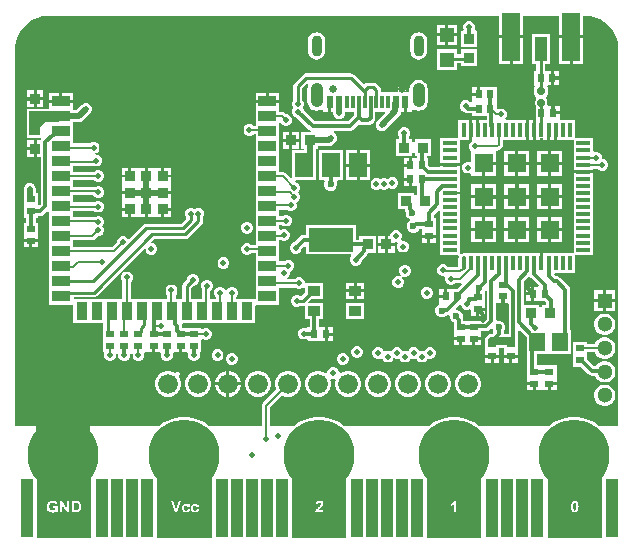
<source format=gtl>
G04*
G04 #@! TF.GenerationSoftware,Altium Limited,Altium Designer,24.2.2 (26)*
G04*
G04 Layer_Physical_Order=1*
G04 Layer_Color=255*
%FSLAX43Y43*%
%MOMM*%
G71*
G04*
G04 #@! TF.SameCoordinates,B843E786-A032-4A45-835C-5377563589AC*
G04*
G04*
G04 #@! TF.FilePolarity,Positive*
G04*
G01*
G75*
%ADD11C,0.200*%
%ADD13C,0.254*%
%ADD19R,1.000X5.000*%
%ADD20R,0.900X0.900*%
%ADD21R,1.500X0.900*%
%ADD22R,0.900X1.500*%
%ADD23R,0.370X1.170*%
%ADD24R,0.900X0.900*%
%ADD25R,1.170X0.370*%
%ADD26R,1.500X2.000*%
%ADD27R,3.800X2.000*%
%ADD28R,1.000X0.850*%
%ADD29R,0.700X0.600*%
%ADD30R,0.600X0.700*%
G04:AMPARAMS|DCode=31|XSize=0.6mm|YSize=0.7mm|CornerRadius=0.15mm|HoleSize=0mm|Usage=FLASHONLY|Rotation=90.000|XOffset=0mm|YOffset=0mm|HoleType=Round|Shape=RoundedRectangle|*
%AMROUNDEDRECTD31*
21,1,0.600,0.400,0,0,90.0*
21,1,0.300,0.700,0,0,90.0*
1,1,0.300,0.200,0.150*
1,1,0.300,0.200,-0.150*
1,1,0.300,-0.200,-0.150*
1,1,0.300,-0.200,0.150*
%
%ADD31ROUNDEDRECTD31*%
%ADD32R,1.321X1.524*%
%ADD33R,0.600X1.140*%
%ADD34R,0.300X1.140*%
%ADD35R,1.600X1.600*%
G04:AMPARAMS|DCode=36|XSize=1.17mm|YSize=0.37mm|CornerRadius=0.185mm|HoleSize=0mm|Usage=FLASHONLY|Rotation=90.000|XOffset=0mm|YOffset=0mm|HoleType=Round|Shape=RoundedRectangle|*
%AMROUNDEDRECTD36*
21,1,1.170,0.000,0,0,90.0*
21,1,0.800,0.370,0,0,90.0*
1,1,0.370,0.000,0.400*
1,1,0.370,0.000,-0.400*
1,1,0.370,0.000,-0.400*
1,1,0.370,0.000,0.400*
%
%ADD36ROUNDEDRECTD36*%
%ADD37R,1.200X1.200*%
%ADD66R,1.524X4.064*%
%ADD67R,1.016X2.032*%
%ADD68C,0.500*%
%ADD69C,0.300*%
%ADD70C,0.700*%
%ADD71C,0.305*%
%ADD72C,0.250*%
%ADD73C,0.225*%
%ADD74C,6.000*%
%ADD75C,1.676*%
%ADD76C,1.300*%
%ADD77C,0.650*%
%ADD78O,0.900X1.800*%
%ADD79O,1.050X2.100*%
%ADD80R,1.300X1.300*%
%ADD81C,0.500*%
%ADD82C,0.600*%
G36*
X49056Y44093D02*
X49415Y43996D01*
X49760Y43854D01*
X50082Y43668D01*
X50378Y43441D01*
X50641Y43177D01*
X50868Y42882D01*
X51054Y42559D01*
X51196Y42215D01*
X51293Y41855D01*
X51342Y41486D01*
Y41300D01*
Y9400D01*
X49741D01*
X49712Y9429D01*
X49298Y9730D01*
X48843Y9962D01*
X48356Y10120D01*
X47851Y10200D01*
X47339D01*
X46834Y10120D01*
X46347Y9962D01*
X45892Y9730D01*
X45478Y9429D01*
X45449Y9400D01*
X39531D01*
X39502Y9429D01*
X39088Y9730D01*
X38633Y9962D01*
X38146Y10120D01*
X37641Y10200D01*
X37129D01*
X36624Y10120D01*
X36137Y9962D01*
X35682Y9730D01*
X35268Y9429D01*
X35239Y9400D01*
X28151D01*
X28122Y9429D01*
X27708Y9730D01*
X27253Y9962D01*
X26766Y10120D01*
X26261Y10200D01*
X25749D01*
X25244Y10120D01*
X24757Y9962D01*
X24302Y9730D01*
X23888Y9429D01*
X23859Y9400D01*
X21857D01*
Y10997D01*
X22878Y12019D01*
X22935Y11986D01*
X23212Y11912D01*
X23498D01*
X23775Y11986D01*
X24023Y12129D01*
X24226Y12332D01*
X24369Y12580D01*
X24443Y12857D01*
Y13143D01*
X24369Y13420D01*
X24226Y13668D01*
X24023Y13871D01*
X23775Y14014D01*
X23498Y14088D01*
X23212D01*
X22935Y14014D01*
X22687Y13871D01*
X22484Y13668D01*
X22341Y13420D01*
X22267Y13143D01*
Y12857D01*
X22341Y12580D01*
X22374Y12523D01*
X21248Y11397D01*
X21170Y11282D01*
X21143Y11145D01*
Y9400D01*
X16741D01*
X16712Y9429D01*
X16298Y9730D01*
X15843Y9962D01*
X15356Y10120D01*
X14851Y10200D01*
X14339D01*
X13834Y10120D01*
X13347Y9962D01*
X12892Y9730D01*
X12478Y9429D01*
X12449Y9400D01*
X6581D01*
Y8500D01*
X4480D01*
Y6950D01*
X4230D01*
Y8500D01*
X2019D01*
Y9400D01*
X258D01*
X258Y41386D01*
X259Y41394D01*
X259Y41403D01*
X261Y41412D01*
X268Y41593D01*
X328Y41951D01*
X434Y42299D01*
X582Y42630D01*
X772Y42939D01*
X1000Y43222D01*
X1261Y43474D01*
X1553Y43690D01*
X1870Y43868D01*
X2207Y44003D01*
X2558Y44095D01*
X2918Y44141D01*
X41248D01*
Y42493D01*
X43272D01*
Y44141D01*
X46328D01*
Y42493D01*
X48352D01*
Y44141D01*
X48686D01*
X49056Y44093D01*
D02*
G37*
G36*
X28300Y-40D02*
X23690D01*
Y5235D01*
X28300D01*
Y-40D01*
D02*
G37*
G36*
X49950D02*
X45340D01*
Y5235D01*
X49950D01*
Y-40D01*
D02*
G37*
G36*
X16920Y5235D02*
Y-40D01*
X12310D01*
Y5235D01*
X16920D01*
D02*
G37*
G36*
X39710Y-40D02*
X35100D01*
Y5235D01*
X39710D01*
Y-40D01*
D02*
G37*
G36*
X6710D02*
X2100D01*
Y5235D01*
X6710D01*
Y-40D01*
D02*
G37*
%LPC*%
G36*
X37650Y43400D02*
X36925D01*
Y42675D01*
X37650D01*
Y43400D01*
D02*
G37*
G36*
X36675D02*
X35950D01*
Y42675D01*
X36675D01*
Y43400D01*
D02*
G37*
G36*
X37650Y42425D02*
X36925D01*
Y41700D01*
X37650D01*
Y42425D01*
D02*
G37*
G36*
X36675D02*
X35950D01*
Y41700D01*
X36675D01*
Y42425D01*
D02*
G37*
G36*
X38799Y43700D02*
X38601D01*
X38417Y43624D01*
X38276Y43483D01*
X38200Y43299D01*
Y43101D01*
X38230Y43027D01*
X38146Y42900D01*
X38000D01*
Y41500D01*
X39400D01*
Y42900D01*
X39254D01*
X39170Y43027D01*
X39200Y43101D01*
Y43299D01*
X39124Y43483D01*
X38983Y43624D01*
X38799Y43700D01*
D02*
G37*
G36*
X39400Y41300D02*
X38000D01*
Y40882D01*
X37650D01*
Y41300D01*
X35950D01*
Y39600D01*
X37650D01*
Y40118D01*
X38000D01*
Y39900D01*
X39400D01*
Y41300D01*
D02*
G37*
G36*
X34420Y42756D02*
X34237Y42732D01*
X34067Y42661D01*
X33921Y42549D01*
X33809Y42403D01*
X33738Y42233D01*
X33714Y42050D01*
Y41150D01*
X33738Y40967D01*
X33809Y40797D01*
X33921Y40651D01*
X34067Y40539D01*
X34237Y40468D01*
X34420Y40444D01*
X34603Y40468D01*
X34773Y40539D01*
X34919Y40651D01*
X35031Y40797D01*
X35102Y40967D01*
X35126Y41150D01*
Y42050D01*
X35102Y42233D01*
X35031Y42403D01*
X34919Y42549D01*
X34773Y42661D01*
X34603Y42732D01*
X34420Y42756D01*
D02*
G37*
G36*
X25780D02*
X25597Y42732D01*
X25427Y42661D01*
X25281Y42549D01*
X25169Y42403D01*
X25098Y42233D01*
X25074Y42050D01*
Y41150D01*
X25098Y40967D01*
X25169Y40797D01*
X25281Y40651D01*
X25427Y40539D01*
X25597Y40468D01*
X25780Y40444D01*
X25963Y40468D01*
X26133Y40539D01*
X26279Y40651D01*
X26391Y40797D01*
X26462Y40967D01*
X26486Y41150D01*
Y42050D01*
X26462Y42233D01*
X26391Y42403D01*
X26279Y42549D01*
X26133Y42661D01*
X25963Y42732D01*
X25780Y42756D01*
D02*
G37*
G36*
X48352Y42243D02*
X47465D01*
Y40086D01*
X48352D01*
Y42243D01*
D02*
G37*
G36*
X47215D02*
X46328D01*
Y40086D01*
X47215D01*
Y42243D01*
D02*
G37*
G36*
X43272D02*
X42385D01*
Y40086D01*
X43272D01*
Y42243D01*
D02*
G37*
G36*
X42135D02*
X41248D01*
Y40086D01*
X42135D01*
Y42243D01*
D02*
G37*
G36*
X28700Y39284D02*
X28700Y39284D01*
X24900D01*
X24900Y39284D01*
X24753Y39255D01*
X24628Y39172D01*
X23928Y38472D01*
X23845Y38347D01*
X23816Y38200D01*
X23816Y38200D01*
Y37013D01*
X23776Y36973D01*
X23700Y36790D01*
Y36591D01*
X23776Y36407D01*
X23818Y36365D01*
X23776Y36323D01*
X23700Y36140D01*
Y35941D01*
X23776Y35757D01*
X23917Y35616D01*
X24101Y35540D01*
X24123D01*
X25152Y34512D01*
X25152Y34512D01*
X25279Y34427D01*
X25280Y34417D01*
X25240Y34300D01*
X24500D01*
Y32900D01*
X24690D01*
Y32750D01*
X23700D01*
Y30471D01*
X23583Y30422D01*
X23152Y30852D01*
X23037Y30930D01*
X22900Y30957D01*
X22625D01*
Y32400D01*
Y33670D01*
Y35050D01*
X22752Y35075D01*
X22776Y35017D01*
X22917Y34876D01*
X23101Y34800D01*
X23299D01*
X23483Y34876D01*
X23624Y35017D01*
X23700Y35201D01*
Y35399D01*
X23624Y35583D01*
X23483Y35724D01*
X23299Y35800D01*
X23205D01*
X23112Y35892D01*
X22997Y35970D01*
X22860Y35997D01*
X22625D01*
Y36785D01*
X20625D01*
Y36210D01*
Y34857D01*
X20450D01*
X20383Y34924D01*
X20199Y35000D01*
X20001D01*
X19817Y34924D01*
X19676Y34783D01*
X19600Y34599D01*
Y34401D01*
X19676Y34217D01*
X19817Y34076D01*
X20001Y34000D01*
X20199D01*
X20383Y34076D01*
X20450Y34143D01*
X20625D01*
Y33670D01*
Y32400D01*
Y31130D01*
Y29860D01*
Y28590D01*
Y27320D01*
Y26050D01*
Y24757D01*
X20250D01*
X20183Y24824D01*
X19999Y24900D01*
X19801D01*
X19617Y24824D01*
X19476Y24683D01*
X19400Y24499D01*
Y24301D01*
X19476Y24117D01*
X19617Y23976D01*
X19801Y23900D01*
X19999D01*
X20183Y23976D01*
X20250Y24043D01*
X20625D01*
Y23510D01*
Y22240D01*
Y20970D01*
Y20250D01*
X20560Y20150D01*
X20498Y20150D01*
X18957D01*
Y20350D01*
X19024Y20417D01*
X19100Y20601D01*
Y20799D01*
X19024Y20983D01*
X18883Y21124D01*
X18699Y21200D01*
X18501D01*
X18317Y21124D01*
X18176Y20983D01*
X18169Y20965D01*
X18031D01*
X18024Y20983D01*
X17883Y21124D01*
X17699Y21200D01*
X17501D01*
X17317Y21124D01*
X17176Y20983D01*
X17100Y20799D01*
Y20601D01*
X17176Y20417D01*
X17243Y20350D01*
Y20150D01*
X16757D01*
Y20865D01*
X16783Y20876D01*
X16924Y21017D01*
X17000Y21201D01*
Y21399D01*
X16924Y21583D01*
X16783Y21724D01*
X16599Y21800D01*
X16401D01*
X16217Y21724D01*
X16076Y21583D01*
X16000Y21399D01*
Y21201D01*
X16043Y21096D01*
Y20150D01*
X15184D01*
Y21141D01*
X15344Y21300D01*
X15399D01*
X15583Y21376D01*
X15724Y21517D01*
X15800Y21701D01*
Y21899D01*
X15724Y22083D01*
X15583Y22224D01*
X15399Y22300D01*
X15201D01*
X15017Y22224D01*
X14876Y22083D01*
X14800Y21899D01*
Y21844D01*
X14528Y21572D01*
X14445Y21447D01*
X14416Y21300D01*
X14416Y21300D01*
Y20150D01*
X13857D01*
Y20550D01*
X13924Y20617D01*
X14000Y20801D01*
Y20999D01*
X13924Y21183D01*
X13783Y21324D01*
X13599Y21400D01*
X13401D01*
X13217Y21324D01*
X13076Y21183D01*
X13000Y20999D01*
Y20801D01*
X13076Y20617D01*
X13143Y20550D01*
Y20150D01*
X10057D01*
Y21650D01*
X10124Y21717D01*
X10200Y21901D01*
Y22099D01*
X10124Y22283D01*
X9983Y22424D01*
X9799Y22500D01*
X9601D01*
X9417Y22424D01*
X9276Y22283D01*
X9200Y22099D01*
Y21901D01*
X9276Y21717D01*
X9343Y21650D01*
Y20150D01*
X5288D01*
X5230Y20221D01*
X5213Y20277D01*
X5234Y20316D01*
X6900D01*
X6900Y20316D01*
X7047Y20345D01*
X7172Y20428D01*
X11173Y24429D01*
X11300Y24377D01*
Y24301D01*
X11376Y24117D01*
X11517Y23976D01*
X11701Y23900D01*
X11899D01*
X12083Y23976D01*
X12224Y24117D01*
X12300Y24301D01*
Y24499D01*
X12224Y24683D01*
X12083Y24824D01*
X11899Y24900D01*
X11823D01*
X11771Y25027D01*
X12009Y25266D01*
X14668D01*
X14668Y25266D01*
X14815Y25295D01*
X14940Y25378D01*
X16047Y26485D01*
X16130Y26610D01*
X16159Y26757D01*
X16159Y26757D01*
Y27077D01*
X16199Y27117D01*
X16275Y27301D01*
Y27499D01*
X16199Y27683D01*
X16058Y27824D01*
X15874Y27900D01*
X15676D01*
X15492Y27824D01*
X15450Y27782D01*
X15408Y27824D01*
X15224Y27900D01*
X15026D01*
X14842Y27824D01*
X14701Y27683D01*
X14625Y27499D01*
Y27301D01*
X14701Y27117D01*
X14694Y26970D01*
X14289Y26565D01*
X11380D01*
X11233Y26535D01*
X11109Y26452D01*
X11109Y26452D01*
X9920Y25264D01*
X9824Y25283D01*
X9683Y25424D01*
X9499Y25500D01*
X9301D01*
X9117Y25424D01*
X8976Y25283D01*
X8900Y25099D01*
Y25005D01*
X8452Y24557D01*
X5125D01*
Y25143D01*
X6800D01*
X6937Y25170D01*
X7052Y25248D01*
X7305Y25500D01*
X7399D01*
X7583Y25576D01*
X7724Y25717D01*
X7800Y25901D01*
Y26099D01*
X7724Y26283D01*
X7657Y26350D01*
X7724Y26417D01*
X7800Y26601D01*
Y26799D01*
X7724Y26983D01*
X7583Y27124D01*
X7399Y27200D01*
X7201D01*
X7096Y27157D01*
X5125D01*
Y27643D01*
X6950D01*
X7017Y27576D01*
X7201Y27500D01*
X7399D01*
X7583Y27576D01*
X7724Y27717D01*
X7800Y27901D01*
Y28099D01*
X7724Y28283D01*
X7583Y28424D01*
X7399Y28500D01*
X7201D01*
X7017Y28424D01*
X6950Y28357D01*
X5125D01*
Y28943D01*
X6865D01*
X6876Y28917D01*
X7017Y28776D01*
X7201Y28700D01*
X7399D01*
X7583Y28776D01*
X7724Y28917D01*
X7800Y29101D01*
Y29299D01*
X7724Y29483D01*
X7583Y29624D01*
X7399Y29700D01*
X7201D01*
X7096Y29657D01*
X5125D01*
Y30243D01*
X6950D01*
X7017Y30176D01*
X7201Y30100D01*
X7399D01*
X7583Y30176D01*
X7724Y30317D01*
X7800Y30501D01*
Y30699D01*
X7724Y30883D01*
X7583Y31024D01*
X7399Y31100D01*
X7201D01*
X7017Y31024D01*
X6950Y30957D01*
X5125D01*
Y31443D01*
X6896D01*
X7001Y31400D01*
X7199D01*
X7383Y31476D01*
X7524Y31617D01*
X7600Y31801D01*
Y31999D01*
X7524Y32183D01*
X7383Y32324D01*
X7199Y32400D01*
X7090D01*
X7065Y32527D01*
X7183Y32576D01*
X7324Y32717D01*
X7400Y32901D01*
Y33099D01*
X7324Y33283D01*
X7183Y33424D01*
X6999Y33500D01*
X6801D01*
X6617Y33424D01*
X6550Y33357D01*
X5125D01*
Y33670D01*
Y35130D01*
X5640D01*
X5835Y35169D01*
X6000Y35280D01*
X6610Y35890D01*
X6638Y35931D01*
X6674Y35967D01*
X6693Y36013D01*
X6721Y36055D01*
X6731Y36104D01*
X6750Y36151D01*
Y36201D01*
X6760Y36250D01*
X6750Y36299D01*
Y36349D01*
X6731Y36396D01*
X6721Y36445D01*
X6693Y36487D01*
X6674Y36533D01*
X6638Y36569D01*
X6610Y36610D01*
X6569Y36638D01*
X6533Y36674D01*
X6487Y36693D01*
X6445Y36721D01*
X6396Y36731D01*
X6349Y36750D01*
X6299D01*
X6250Y36760D01*
X6201Y36750D01*
X6151D01*
X6104Y36731D01*
X6055Y36721D01*
X6013Y36693D01*
X5967Y36674D01*
X5931Y36638D01*
X5890Y36610D01*
X5429Y36150D01*
X5125D01*
Y36785D01*
X3125D01*
Y36237D01*
X2652D01*
Y36243D01*
X1252D01*
Y34843D01*
X1275D01*
Y33800D01*
X2410D01*
X2470Y33680D01*
X2418Y33600D01*
X2100D01*
Y32900D01*
Y32200D01*
X2421D01*
Y28198D01*
X2327Y28104D01*
X2200Y28156D01*
Y29150D01*
X2010D01*
Y29500D01*
X2000Y29549D01*
Y29599D01*
X1981Y29646D01*
X1971Y29695D01*
X1943Y29737D01*
X1924Y29783D01*
X1888Y29819D01*
X1860Y29860D01*
X1819Y29888D01*
X1783Y29924D01*
X1737Y29943D01*
X1695Y29971D01*
X1646Y29981D01*
X1599Y30000D01*
X1549D01*
X1500Y30010D01*
X1451Y30000D01*
X1401D01*
X1354Y29981D01*
X1305Y29971D01*
X1263Y29943D01*
X1217Y29924D01*
X1181Y29888D01*
X1140Y29860D01*
X1112Y29819D01*
X1076Y29783D01*
X1057Y29737D01*
X1029Y29695D01*
X1019Y29646D01*
X1000Y29599D01*
Y29549D01*
X990Y29500D01*
Y28650D01*
X1000Y28602D01*
Y28050D01*
Y27050D01*
X1192D01*
Y26650D01*
X1000D01*
Y25550D01*
Y25225D01*
X1600D01*
X2200D01*
Y25550D01*
Y26650D01*
X2008D01*
Y27050D01*
X2200D01*
Y27192D01*
X2400D01*
X2400Y27192D01*
X2556Y27223D01*
X2688Y27312D01*
X2998Y27622D01*
X3125Y27569D01*
Y26050D01*
Y24780D01*
Y23510D01*
Y22240D01*
Y20970D01*
Y19700D01*
X5063D01*
X5125Y19700D01*
X5190Y19600D01*
Y18150D01*
X7723D01*
Y17750D01*
X7700D01*
Y16650D01*
Y15650D01*
X7748D01*
X7819Y15544D01*
X7800Y15499D01*
Y15301D01*
X7876Y15117D01*
X8017Y14976D01*
X8201Y14900D01*
X8399D01*
X8583Y14976D01*
X8724Y15117D01*
X8800Y15301D01*
Y15499D01*
X8795Y15512D01*
X8869Y15623D01*
X8931D01*
X9005Y15512D01*
X9000Y15499D01*
Y15301D01*
X9076Y15117D01*
X9217Y14976D01*
X9401Y14900D01*
X9599D01*
X9783Y14976D01*
X9924Y15117D01*
X10000Y15301D01*
Y15499D01*
X9989Y15527D01*
X10069Y15623D01*
X10131D01*
X10211Y15527D01*
X10200Y15499D01*
Y15301D01*
X10276Y15117D01*
X10417Y14976D01*
X10601Y14900D01*
X10799D01*
X10983Y14976D01*
X11124Y15117D01*
X11200Y15301D01*
Y15499D01*
X11181Y15544D01*
X11203Y15577D01*
X11300Y15650D01*
X11400D01*
Y15650D01*
X11875D01*
Y16200D01*
X12125D01*
Y15650D01*
X12548D01*
X12619Y15544D01*
X12600Y15499D01*
Y15301D01*
X12676Y15117D01*
X12817Y14976D01*
X13001Y14900D01*
X13199D01*
X13383Y14976D01*
X13524Y15117D01*
X13600Y15301D01*
Y15499D01*
X13581Y15544D01*
X13603Y15577D01*
X13700Y15650D01*
X13700D01*
X13700Y15650D01*
X14175D01*
Y16200D01*
X14425D01*
Y15650D01*
X14848D01*
X14919Y15544D01*
X14900Y15499D01*
Y15301D01*
X14976Y15117D01*
X15117Y14976D01*
X15301Y14900D01*
X15499D01*
X15683Y14976D01*
X15824Y15117D01*
X15900Y15301D01*
Y15499D01*
X15881Y15544D01*
X15952Y15650D01*
X16000D01*
Y16713D01*
X16074Y16753D01*
X16127Y16772D01*
X16301Y16700D01*
X16499D01*
X16683Y16776D01*
X16824Y16917D01*
X16900Y17101D01*
Y17299D01*
X16824Y17483D01*
X16683Y17624D01*
X16499Y17700D01*
X16301D01*
X16127Y17628D01*
X16074Y17647D01*
X16000Y17687D01*
Y17750D01*
X14408D01*
Y17900D01*
X14408Y17900D01*
X14383Y18023D01*
X14383Y18032D01*
X14455Y18150D01*
X20560D01*
Y19600D01*
X20625Y19700D01*
X20687Y19700D01*
X22625D01*
Y21143D01*
X23950D01*
X24017Y21076D01*
X24201Y21000D01*
X24399D01*
X24583Y21076D01*
X24673Y21166D01*
X24800Y21113D01*
Y20744D01*
X24441Y20384D01*
X24423D01*
X24383Y20424D01*
X24199Y20500D01*
X24001D01*
X23817Y20424D01*
X23676Y20283D01*
X23600Y20099D01*
Y19901D01*
X23676Y19717D01*
X23817Y19576D01*
X24001Y19500D01*
X24199D01*
X24383Y19576D01*
X24423Y19616D01*
X24600D01*
X24600Y19616D01*
X24673Y19630D01*
X24783Y19561D01*
X24800Y19539D01*
Y18450D01*
X25192D01*
Y17800D01*
X25050D01*
Y17800D01*
X24923Y17720D01*
X24849Y17750D01*
X24651D01*
X24467Y17674D01*
X24326Y17533D01*
X24250Y17349D01*
Y17151D01*
X24326Y16967D01*
X24467Y16826D01*
X24651Y16750D01*
X24849D01*
X24923Y16780D01*
X25050Y16725D01*
Y16600D01*
X26475D01*
Y17200D01*
X26600D01*
D01*
X26475D01*
Y17800D01*
X26008D01*
Y18450D01*
X26300D01*
Y19800D01*
X25109D01*
X25061Y19917D01*
X25344Y20200D01*
X26300D01*
Y21550D01*
X24800D01*
Y21599D01*
X24724Y21783D01*
X24583Y21924D01*
X24399Y22000D01*
X24201D01*
X24017Y21924D01*
X23950Y21857D01*
X23327D01*
X23294Y21946D01*
X23291Y21984D01*
X23424Y22117D01*
X23500Y22301D01*
Y22499D01*
X23500Y22500D01*
X23683Y22576D01*
X23824Y22717D01*
X23900Y22901D01*
Y23099D01*
X23824Y23283D01*
X23683Y23424D01*
X23499Y23500D01*
X23301D01*
X23117Y23424D01*
X23050Y23357D01*
X22625D01*
Y24780D01*
Y25143D01*
X22796D01*
X22901Y25100D01*
X23099D01*
X23283Y25176D01*
X23424Y25317D01*
X23500Y25501D01*
Y25699D01*
X23424Y25883D01*
X23283Y26024D01*
X23099Y26100D01*
X22901D01*
X22752Y26038D01*
X22739Y26040D01*
X22656Y26082D01*
X22625Y26112D01*
Y26459D01*
X22850D01*
X22917Y26392D01*
X23101Y26316D01*
X23299D01*
X23483Y26392D01*
X23624Y26533D01*
X23700Y26717D01*
Y26916D01*
X23624Y27099D01*
X23483Y27240D01*
X23299Y27316D01*
X23101D01*
X22917Y27240D01*
X22850Y27173D01*
X22625D01*
Y27743D01*
X23250D01*
X23317Y27676D01*
X23501Y27600D01*
X23699D01*
X23883Y27676D01*
X24024Y27817D01*
X24100Y28001D01*
Y28199D01*
X24050Y28321D01*
X24183Y28376D01*
X24324Y28517D01*
X24400Y28701D01*
Y28899D01*
X24324Y29083D01*
X24207Y29200D01*
X24324Y29317D01*
X24400Y29501D01*
Y29699D01*
X24324Y29883D01*
X24183Y30024D01*
X23999Y30100D01*
X23996D01*
X23981Y30123D01*
X24048Y30250D01*
X25700D01*
Y31451D01*
X25710Y31500D01*
Y32900D01*
X25900D01*
Y33090D01*
X26800D01*
X26995Y33129D01*
X27160Y33239D01*
X27360Y33440D01*
X27388Y33481D01*
X27424Y33517D01*
X27443Y33563D01*
X27471Y33605D01*
X27481Y33654D01*
X27500Y33701D01*
Y33751D01*
X27510Y33800D01*
X27500Y33849D01*
Y33899D01*
X27481Y33946D01*
X27471Y33995D01*
X27443Y34037D01*
X27424Y34083D01*
X27388Y34119D01*
X27360Y34160D01*
X27319Y34188D01*
X27283Y34224D01*
X27258Y34360D01*
X27278Y34392D01*
X28574D01*
X28574Y34392D01*
X28730Y34423D01*
X28863Y34512D01*
X29353Y35001D01*
X29470Y34923D01*
X29626Y34892D01*
X30174D01*
X30174Y34892D01*
X30330Y34923D01*
X30463Y35012D01*
X30638Y35187D01*
X30638Y35187D01*
X30727Y35320D01*
X30758Y35476D01*
X30758Y35476D01*
Y36030D01*
X31543D01*
X31592Y35913D01*
X30940Y35260D01*
X30912Y35219D01*
X30876Y35183D01*
X30857Y35137D01*
X30829Y35095D01*
X30819Y35046D01*
X30800Y34999D01*
Y34949D01*
X30790Y34900D01*
X30800Y34851D01*
Y34801D01*
X30819Y34754D01*
X30829Y34705D01*
X30857Y34663D01*
X30876Y34617D01*
X30912Y34581D01*
X30940Y34540D01*
X30981Y34512D01*
X31017Y34476D01*
X31063Y34457D01*
X31105Y34429D01*
X31154Y34419D01*
X31201Y34400D01*
X31251D01*
X31300Y34390D01*
X31349Y34400D01*
X31399D01*
X31446Y34419D01*
X31495Y34429D01*
X31537Y34457D01*
X31583Y34476D01*
X31619Y34512D01*
X31660Y34540D01*
X32810Y35690D01*
X32921Y35855D01*
X32956Y36030D01*
X33175D01*
Y36850D01*
X33425D01*
Y36030D01*
X33850D01*
Y36195D01*
X33977Y36258D01*
X34029Y36218D01*
X34218Y36140D01*
X34420Y36113D01*
X34622Y36140D01*
X34811Y36218D01*
X34973Y36342D01*
X35097Y36504D01*
X35175Y36693D01*
X35202Y36895D01*
Y37945D01*
X35175Y38147D01*
X35097Y38336D01*
X34973Y38498D01*
X34811Y38622D01*
X34622Y38700D01*
X34420Y38727D01*
X34218Y38700D01*
X34029Y38622D01*
X33867Y38498D01*
X33743Y38336D01*
X33665Y38147D01*
X33638Y37945D01*
Y37670D01*
X33366D01*
X33291Y37797D01*
X33315Y37855D01*
Y37985D01*
X33266Y38104D01*
X33174Y38196D01*
X33055Y38245D01*
X32925D01*
X32806Y38196D01*
X32714Y38104D01*
X32665Y37985D01*
Y37855D01*
X32689Y37797D01*
X32614Y37670D01*
X31234D01*
Y37850D01*
X31205Y37997D01*
X31122Y38122D01*
X31122Y38122D01*
X30872Y38372D01*
X30747Y38455D01*
X30600Y38484D01*
X30600Y38484D01*
X30100D01*
X30100Y38484D01*
X29953Y38455D01*
X29828Y38372D01*
X29719Y38425D01*
X28972Y39172D01*
X28847Y39255D01*
X28823Y39260D01*
X28700Y39284D01*
D02*
G37*
G36*
X46300Y39500D02*
X45875D01*
Y39025D01*
X46300D01*
Y39500D01*
D02*
G37*
G36*
X45558Y42618D02*
X44042D01*
Y40086D01*
X44391D01*
Y39500D01*
X44200D01*
Y38300D01*
X44200D01*
X44268Y38173D01*
X44223Y38106D01*
X44192Y37950D01*
Y37650D01*
X44223Y37494D01*
X44311Y37362D01*
X44400Y37303D01*
X44413Y37171D01*
X44409Y37156D01*
X44400Y37150D01*
X44339Y37058D01*
X44317Y36950D01*
Y36650D01*
X44339Y36542D01*
X44356Y36517D01*
X44398Y36402D01*
X44398Y36402D01*
X44398Y36402D01*
Y35448D01*
X44398D01*
X44364Y35335D01*
X44350D01*
Y34500D01*
Y33665D01*
X44660D01*
Y33788D01*
X44990D01*
Y33665D01*
X45300D01*
Y34500D01*
X45550D01*
Y33665D01*
X45900D01*
Y34500D01*
X46150D01*
Y33665D01*
X47540D01*
Y32915D01*
Y32315D01*
Y31115D01*
Y31075D01*
X48375D01*
X49210D01*
Y31176D01*
X49617D01*
X49702Y31092D01*
X49885Y31015D01*
X50084D01*
X50268Y31092D01*
X50409Y31232D01*
X50485Y31416D01*
Y31615D01*
X50409Y31799D01*
X50268Y31939D01*
X50084Y32015D01*
X49950D01*
X49925Y32053D01*
Y32251D01*
X49849Y32435D01*
X49708Y32576D01*
X49524Y32652D01*
X49325D01*
X49316Y32648D01*
X49210Y32719D01*
Y33785D01*
X47660D01*
Y35335D01*
X46375D01*
Y35800D01*
X45825D01*
Y35925D01*
X45700D01*
Y36525D01*
X45387D01*
X45282Y36650D01*
Y36950D01*
X45261Y37058D01*
X45200Y37150D01*
X45191Y37156D01*
X45186Y37171D01*
X45200Y37303D01*
X45288Y37362D01*
X45377Y37494D01*
X45408Y37650D01*
Y37950D01*
X45377Y38106D01*
X45332Y38173D01*
X45400Y38300D01*
X45625D01*
Y38900D01*
Y39500D01*
X45159D01*
Y40086D01*
X45558D01*
Y42618D01*
D02*
G37*
G36*
X46300Y38775D02*
X45875D01*
Y38300D01*
X46300D01*
Y38775D01*
D02*
G37*
G36*
X39375Y38100D02*
X38950D01*
Y37625D01*
X39375D01*
Y38100D01*
D02*
G37*
G36*
X2652Y37843D02*
X2077D01*
Y37268D01*
X2652D01*
Y37843D01*
D02*
G37*
G36*
X1827D02*
X1252D01*
Y37268D01*
X1827D01*
Y37843D01*
D02*
G37*
G36*
X22625Y37610D02*
X21750D01*
Y37035D01*
X22625D01*
Y37610D01*
D02*
G37*
G36*
X21500D02*
X20625D01*
Y37035D01*
X21500D01*
Y37610D01*
D02*
G37*
G36*
X5125D02*
X4250D01*
Y37035D01*
X5125D01*
Y37610D01*
D02*
G37*
G36*
X4000D02*
X3125D01*
Y37035D01*
X4000D01*
Y37610D01*
D02*
G37*
G36*
X41050Y38100D02*
X39625D01*
Y37500D01*
X39500D01*
Y37375D01*
X38950D01*
Y37027D01*
X38950Y36900D01*
D01*
Y36900D01*
X38922Y36852D01*
X38776Y36831D01*
X38683Y36924D01*
X38499Y37000D01*
X38301D01*
X38117Y36924D01*
X37976Y36783D01*
X37900Y36599D01*
Y36401D01*
X37976Y36217D01*
X38117Y36076D01*
X38301Y36000D01*
X38329D01*
X38444Y35923D01*
X38600Y35892D01*
X38600Y35892D01*
X38950D01*
Y35700D01*
X40182D01*
Y35335D01*
X39550D01*
Y34500D01*
X39300D01*
Y35335D01*
X38950D01*
Y34500D01*
Y33542D01*
X38951Y33538D01*
X38917Y33524D01*
X38776Y33383D01*
X38700Y33199D01*
Y33001D01*
X38776Y32817D01*
X38801Y32792D01*
X38875Y32700D01*
X38875D01*
X38875Y32700D01*
Y31842D01*
X38770Y31771D01*
X38699Y31800D01*
X38501D01*
X38317Y31724D01*
X38176Y31583D01*
X38100Y31399D01*
Y31201D01*
X38176Y31017D01*
X38317Y30876D01*
X38501Y30800D01*
X38699D01*
X38770Y30829D01*
X38875Y30758D01*
Y30600D01*
X39800D01*
Y31650D01*
X39925D01*
Y31775D01*
X40975D01*
Y32700D01*
X41084Y32743D01*
X41100D01*
X41237Y32770D01*
X41352Y32848D01*
X41478Y32973D01*
X41555Y33089D01*
X41582Y33225D01*
Y33665D01*
X43500D01*
Y34500D01*
Y35335D01*
X41822D01*
X41769Y35462D01*
X41824Y35517D01*
X41900Y35701D01*
Y35899D01*
X41824Y36083D01*
X41683Y36224D01*
X41499Y36300D01*
X41301D01*
X41174Y36248D01*
X41050Y36323D01*
X41050Y36323D01*
Y36773D01*
X41050Y36900D01*
X41050D01*
Y36900D01*
X41050D01*
Y38100D01*
D02*
G37*
G36*
X2652Y37018D02*
X2077D01*
Y36443D01*
X2652D01*
Y37018D01*
D02*
G37*
G36*
X1827D02*
X1252D01*
Y36443D01*
X1827D01*
Y37018D01*
D02*
G37*
G36*
X46375Y36525D02*
X45950D01*
Y36050D01*
X46375D01*
Y36525D01*
D02*
G37*
G36*
X24300Y34300D02*
X23725D01*
Y33725D01*
X24300D01*
Y34300D01*
D02*
G37*
G36*
X23475D02*
X22900D01*
Y33725D01*
X23475D01*
Y34300D01*
D02*
G37*
G36*
X44100Y35335D02*
X43750D01*
Y34500D01*
Y33665D01*
X44100D01*
Y34500D01*
Y35335D01*
D02*
G37*
G36*
X1850Y33600D02*
X1275D01*
Y33025D01*
X1850D01*
Y33600D01*
D02*
G37*
G36*
X24300Y33475D02*
X23725D01*
Y32900D01*
X24300D01*
Y33475D01*
D02*
G37*
G36*
X23475D02*
X22900D01*
Y32900D01*
X23475D01*
Y33475D01*
D02*
G37*
G36*
X1850Y32775D02*
X1275D01*
Y32200D01*
X1850D01*
Y32775D01*
D02*
G37*
G36*
X46575Y32700D02*
X45650D01*
Y31775D01*
X46575D01*
Y32700D01*
D02*
G37*
G36*
X43775D02*
X42850D01*
Y31775D01*
X43775D01*
Y32700D01*
D02*
G37*
G36*
X42600D02*
X41675D01*
Y31775D01*
X42600D01*
Y32700D01*
D02*
G37*
G36*
X45400D02*
X44475D01*
Y31775D01*
X45400D01*
Y32700D01*
D02*
G37*
G36*
X38700Y35335D02*
X37790D01*
Y33785D01*
X36240D01*
Y32915D01*
Y32315D01*
Y31675D01*
X37075D01*
X37910D01*
Y31715D01*
Y32915D01*
Y33665D01*
X38700D01*
Y34500D01*
Y35335D01*
D02*
G37*
G36*
X30300Y32750D02*
X29425D01*
Y31625D01*
X30300D01*
Y32750D01*
D02*
G37*
G36*
X29175D02*
X28300D01*
Y31625D01*
X29175D01*
Y32750D01*
D02*
G37*
G36*
X33575Y32100D02*
X33150D01*
Y31625D01*
X33575D01*
Y32100D01*
D02*
G37*
G36*
X12075Y31290D02*
X11948Y31290D01*
X11500D01*
Y30590D01*
X11250D01*
Y31290D01*
X10802D01*
X10675Y31290D01*
X10548Y31290D01*
X10100D01*
Y30590D01*
X9975D01*
Y30465D01*
X9275D01*
Y30017D01*
X9275Y29890D01*
X9275Y29763D01*
Y29315D01*
X9975D01*
Y29065D01*
X9275D01*
Y28617D01*
X9275Y28490D01*
X9275Y28363D01*
Y27915D01*
X9975D01*
Y27790D01*
X10100D01*
Y27090D01*
X10548D01*
X10675Y27090D01*
X10802Y27090D01*
X11250D01*
Y27790D01*
X11500D01*
Y27090D01*
X11948D01*
X12075Y27090D01*
X12202Y27090D01*
X12650D01*
Y27790D01*
X12775D01*
Y27915D01*
X13475D01*
Y28363D01*
X13475Y28490D01*
X13475Y28617D01*
Y29065D01*
X12775D01*
Y29315D01*
X13475D01*
Y29763D01*
X13475Y29890D01*
X13475Y30017D01*
Y30465D01*
X12775D01*
Y30590D01*
X12650D01*
Y31290D01*
X12202D01*
X12075Y31290D01*
D02*
G37*
G36*
X12900Y31290D02*
Y30715D01*
X13475D01*
Y31290D01*
X12900D01*
D02*
G37*
G36*
X9850D02*
X9275D01*
Y30715D01*
X9850D01*
Y31290D01*
D02*
G37*
G36*
X46575Y31525D02*
X45650D01*
Y30600D01*
X46575D01*
Y31525D01*
D02*
G37*
G36*
X45400D02*
X44475D01*
Y30600D01*
X45400D01*
Y31525D01*
D02*
G37*
G36*
X43775D02*
X42850D01*
Y30600D01*
X43775D01*
Y31525D01*
D02*
G37*
G36*
X42600D02*
X41675D01*
Y30600D01*
X42600D01*
Y31525D01*
D02*
G37*
G36*
X40975D02*
X40050D01*
Y30600D01*
X40975D01*
Y31525D01*
D02*
G37*
G36*
X32299Y30500D02*
X32101D01*
X31917Y30424D01*
X31800Y30307D01*
X31783Y30324D01*
X31599Y30400D01*
X31401D01*
X31217Y30324D01*
X31175Y30282D01*
X31133Y30324D01*
X30949Y30400D01*
X30751D01*
X30567Y30324D01*
X30426Y30183D01*
X30350Y29999D01*
Y29801D01*
X30426Y29617D01*
X30567Y29476D01*
X30751Y29400D01*
X30949D01*
X31133Y29476D01*
X31175Y29518D01*
X31217Y29476D01*
X31401Y29400D01*
X31599D01*
X31783Y29476D01*
X31900Y29593D01*
X31917Y29576D01*
X32101Y29500D01*
X32299D01*
X32483Y29576D01*
X32624Y29717D01*
X32700Y29901D01*
Y30099D01*
X32624Y30283D01*
X32483Y30424D01*
X32299Y30500D01*
D02*
G37*
G36*
X30300Y31375D02*
X29425D01*
Y30250D01*
X30300D01*
Y31375D01*
D02*
G37*
G36*
X29175D02*
X28300D01*
Y30250D01*
X29175D01*
Y31375D01*
D02*
G37*
G36*
X33575Y30175D02*
X33150D01*
Y29700D01*
X33575D01*
Y30175D01*
D02*
G37*
G36*
X28000Y32750D02*
X26000D01*
Y30250D01*
X26412D01*
X26497Y30123D01*
X26450Y30009D01*
Y29791D01*
X26534Y29588D01*
X26688Y29434D01*
X26891Y29350D01*
X27109D01*
X27312Y29434D01*
X27466Y29588D01*
X27550Y29791D01*
Y30009D01*
X27503Y30123D01*
X27588Y30250D01*
X28000D01*
Y32750D01*
D02*
G37*
G36*
X33299Y34700D02*
X33101D01*
X32917Y34624D01*
X32776Y34483D01*
X32700Y34299D01*
Y34101D01*
X32776Y33917D01*
X32792Y33901D01*
Y33700D01*
X32500D01*
Y32300D01*
X33900D01*
Y32500D01*
X34100D01*
Y32300D01*
X34292D01*
Y32100D01*
X33825D01*
Y31500D01*
X33700D01*
Y31375D01*
X33150D01*
Y31027D01*
X33150Y30900D01*
X33150D01*
Y30900D01*
X33150D01*
Y30425D01*
X33700D01*
Y30300D01*
X33825D01*
Y29700D01*
X34292D01*
Y29190D01*
X34263D01*
Y28990D01*
X34063D01*
Y29190D01*
X32663D01*
Y27790D01*
X33132D01*
X33255Y27773D01*
X33287Y27616D01*
X33313Y27576D01*
Y27382D01*
X33397Y27180D01*
X33552Y27025D01*
X33694Y26966D01*
Y26829D01*
X33663Y26816D01*
X33509Y26662D01*
X33425Y26459D01*
Y26241D01*
X33509Y26038D01*
X33663Y25884D01*
X33866Y25800D01*
X34084D01*
X34286Y25884D01*
X34441Y26038D01*
X34463Y26092D01*
X34700D01*
Y25625D01*
X35300D01*
Y25500D01*
D01*
Y25625D01*
X35900D01*
Y25950D01*
Y27050D01*
X35700D01*
Y27322D01*
X36123Y27746D01*
X36240Y27697D01*
Y26315D01*
Y25115D01*
Y23915D01*
X37760D01*
X37828Y23788D01*
X37815Y23770D01*
X37782Y23600D01*
Y22872D01*
X36925D01*
X36920Y22883D01*
X36779Y23024D01*
X36595Y23100D01*
X36397D01*
X36213Y23024D01*
X36072Y22883D01*
X35996Y22699D01*
Y22501D01*
X36072Y22317D01*
X36213Y22176D01*
X36397Y22100D01*
X36595D01*
X36598Y22101D01*
X36695Y22004D01*
X36678Y21962D01*
Y21763D01*
X36754Y21579D01*
X36894Y21439D01*
X37078Y21363D01*
X37277D01*
X37461Y21439D01*
X37528Y21506D01*
X37906D01*
X38014Y21527D01*
X38085Y21451D01*
X38098Y21425D01*
X37673Y21000D01*
X36825D01*
Y20400D01*
X36700D01*
Y20275D01*
X36150D01*
Y19800D01*
X36150Y19800D01*
X36150D01*
X36140Y19677D01*
X36077Y19651D01*
X35923Y19496D01*
X35839Y19294D01*
Y19075D01*
X35923Y18873D01*
X36077Y18719D01*
X36280Y18635D01*
X36498D01*
X36701Y18719D01*
X36816Y18834D01*
X36842D01*
X36842Y18834D01*
X36933Y18852D01*
X36954Y18845D01*
X37028Y18788D01*
X37047Y18763D01*
X37050Y18756D01*
Y18591D01*
X37134Y18388D01*
X37288Y18234D01*
X37392Y18191D01*
Y17800D01*
X37392Y17800D01*
X37400Y17760D01*
Y17250D01*
Y16925D01*
X38000D01*
Y16800D01*
X38125D01*
Y16250D01*
X38975D01*
Y16800D01*
X39100D01*
Y16925D01*
X39700D01*
Y17442D01*
X40128D01*
X40128Y17442D01*
X40284Y17473D01*
X40416Y17562D01*
X40558Y17703D01*
X40681Y17647D01*
X40759Y17459D01*
X40758Y17298D01*
X40698Y17237D01*
X40663D01*
X40428Y17191D01*
X40230Y17058D01*
X40108Y16876D01*
X40063D01*
Y16685D01*
X40051Y16626D01*
X40063Y16566D01*
Y15776D01*
Y15450D01*
X40663D01*
X41263D01*
Y16014D01*
X41625D01*
Y15451D01*
X42225D01*
X42825D01*
Y15776D01*
Y16567D01*
X42837Y16626D01*
X42825Y16684D01*
Y16692D01*
X42827Y16695D01*
X42858Y16851D01*
Y17496D01*
X42975Y17545D01*
X43565Y16955D01*
Y15500D01*
X43617D01*
Y14550D01*
X43600D01*
Y13450D01*
Y13125D01*
X44200D01*
Y13000D01*
X44325D01*
Y12450D01*
X44800D01*
Y12450D01*
X44900D01*
Y12450D01*
X45375D01*
Y13000D01*
X45500D01*
Y13125D01*
X46100D01*
Y13450D01*
Y14550D01*
X44900D01*
Y14550D01*
X44800D01*
Y14550D01*
X44433D01*
Y15500D01*
X45386D01*
Y15500D01*
X45480D01*
Y15500D01*
X47301D01*
Y17524D01*
X47255D01*
Y20963D01*
X47255Y20963D01*
X47224Y21119D01*
X47136Y21251D01*
X47136Y21251D01*
X46399Y21988D01*
X46267Y22077D01*
X46111Y22108D01*
X46111Y22108D01*
X46020D01*
X45890Y22238D01*
X45943Y22365D01*
X47660D01*
Y23915D01*
X49210D01*
Y25115D01*
Y26315D01*
Y27515D01*
Y28715D01*
Y29915D01*
Y30825D01*
X48375D01*
X47540D01*
Y29915D01*
Y28715D01*
Y27515D01*
Y26315D01*
Y25115D01*
Y24035D01*
X44950D01*
Y23200D01*
X44700D01*
Y24035D01*
X38390D01*
Y24035D01*
X38366Y24015D01*
X38225Y24044D01*
X38055Y24010D01*
X38037Y23998D01*
X37910Y24065D01*
Y24515D01*
Y25715D01*
Y26915D01*
Y28115D01*
Y29025D01*
X37075D01*
Y29275D01*
X37910D01*
Y29315D01*
Y30515D01*
Y31425D01*
X37075D01*
X36240D01*
Y31358D01*
X35369D01*
X35250Y31477D01*
Y32100D01*
X35108D01*
Y32300D01*
X35500D01*
Y33700D01*
X34100D01*
Y33500D01*
X33900D01*
Y33700D01*
X33608D01*
Y33901D01*
X33624Y33917D01*
X33700Y34101D01*
Y34299D01*
X33624Y34483D01*
X33483Y34624D01*
X33299Y34700D01*
D02*
G37*
G36*
X46575Y29900D02*
X45650D01*
Y28975D01*
X46575D01*
Y29900D01*
D02*
G37*
G36*
X40975D02*
X40050D01*
Y28975D01*
X40975D01*
Y29900D01*
D02*
G37*
G36*
X43775D02*
X42850D01*
Y28975D01*
X43775D01*
Y29900D01*
D02*
G37*
G36*
X42600D02*
X41675D01*
Y28975D01*
X42600D01*
Y29900D01*
D02*
G37*
G36*
X45400D02*
X44475D01*
Y28975D01*
X45400D01*
Y29900D01*
D02*
G37*
G36*
X39800D02*
X38875D01*
Y28975D01*
X39800D01*
Y29900D01*
D02*
G37*
G36*
X46575Y28725D02*
X45650D01*
Y27800D01*
X46575D01*
Y28725D01*
D02*
G37*
G36*
X45400D02*
X44475D01*
Y27800D01*
X45400D01*
Y28725D01*
D02*
G37*
G36*
X43775D02*
X42850D01*
Y27800D01*
X43775D01*
Y28725D01*
D02*
G37*
G36*
X42600D02*
X41675D01*
Y27800D01*
X42600D01*
Y28725D01*
D02*
G37*
G36*
X40975D02*
X40050D01*
Y27800D01*
X40975D01*
Y28725D01*
D02*
G37*
G36*
X39800D02*
X38875D01*
Y27800D01*
X39800D01*
Y28725D01*
D02*
G37*
G36*
X13475Y27665D02*
X12900D01*
Y27090D01*
X13475D01*
Y27665D01*
D02*
G37*
G36*
X9850D02*
X9275D01*
Y27090D01*
X9850D01*
Y27665D01*
D02*
G37*
G36*
X46575Y27100D02*
X45650D01*
Y26175D01*
X46575D01*
Y27100D01*
D02*
G37*
G36*
X40975D02*
X40050D01*
Y26175D01*
X40975D01*
Y27100D01*
D02*
G37*
G36*
X43775D02*
X42850D01*
Y26175D01*
X43775D01*
Y27100D01*
D02*
G37*
G36*
X42600D02*
X41675D01*
Y26175D01*
X42600D01*
Y27100D01*
D02*
G37*
G36*
X45400D02*
X44475D01*
Y26175D01*
X45400D01*
Y27100D01*
D02*
G37*
G36*
X39800D02*
X38875D01*
Y26175D01*
X39800D01*
Y27100D01*
D02*
G37*
G36*
X19999Y26700D02*
X19801D01*
X19617Y26624D01*
X19476Y26483D01*
X19400Y26299D01*
Y26101D01*
X19476Y25917D01*
X19617Y25776D01*
X19801Y25700D01*
X19999D01*
X20183Y25776D01*
X20324Y25917D01*
X20400Y26101D01*
Y26299D01*
X20324Y26483D01*
X20183Y26624D01*
X19999Y26700D01*
D02*
G37*
G36*
X29150Y26450D02*
X24850D01*
Y25608D01*
X24700D01*
X24700Y25608D01*
X24544Y25577D01*
X24412Y25488D01*
X24412Y25488D01*
X23923Y25000D01*
X23901D01*
X23717Y24924D01*
X23576Y24783D01*
X23500Y24599D01*
Y24401D01*
X23576Y24217D01*
X23717Y24076D01*
X23901Y24000D01*
X24099D01*
X24283Y24076D01*
X24424Y24217D01*
X24500Y24401D01*
Y24423D01*
X24733Y24656D01*
X24850Y24607D01*
Y23950D01*
X28663D01*
X28716Y23823D01*
X28676Y23783D01*
X28600Y23599D01*
Y23401D01*
X28676Y23217D01*
X28817Y23076D01*
X29001Y23000D01*
X29199D01*
X29383Y23076D01*
X29524Y23217D01*
X29600Y23401D01*
Y23423D01*
X30088Y23912D01*
X30088Y23912D01*
X30177Y24044D01*
X30188Y24100D01*
X30800D01*
Y25500D01*
X29400D01*
Y25208D01*
X29150D01*
Y26450D01*
D02*
G37*
G36*
X46575Y25925D02*
X45650D01*
Y25000D01*
X46575D01*
Y25925D01*
D02*
G37*
G36*
X45400D02*
X44475D01*
Y25000D01*
X45400D01*
Y25925D01*
D02*
G37*
G36*
X43775D02*
X42850D01*
Y25000D01*
X43775D01*
Y25925D01*
D02*
G37*
G36*
X42600D02*
X41675D01*
Y25000D01*
X42600D01*
Y25925D01*
D02*
G37*
G36*
X40975D02*
X40050D01*
Y25000D01*
X40975D01*
Y25925D01*
D02*
G37*
G36*
X39800D02*
X38875D01*
Y25000D01*
X39800D01*
Y25925D01*
D02*
G37*
G36*
X35900Y25375D02*
X35425D01*
Y24950D01*
X35900D01*
Y25375D01*
D02*
G37*
G36*
X35175D02*
X34700D01*
Y24950D01*
X35175D01*
Y25375D01*
D02*
G37*
G36*
X31575Y25500D02*
X31000D01*
Y24925D01*
X31575D01*
Y25500D01*
D02*
G37*
G36*
X2200Y24975D02*
X1725D01*
Y24550D01*
X2200D01*
Y24975D01*
D02*
G37*
G36*
X1475D02*
X1000D01*
Y24550D01*
X1475D01*
Y24975D01*
D02*
G37*
G36*
X32599Y26000D02*
X32401D01*
X32217Y25924D01*
X32076Y25783D01*
X32000Y25599D01*
Y25500D01*
X31825D01*
Y24925D01*
X32400D01*
Y25000D01*
X32401Y25000D01*
X32599D01*
X32612Y25005D01*
X32683Y24900D01*
X32684Y24898D01*
X32608Y24714D01*
Y24516D01*
X32684Y24332D01*
X32825Y24191D01*
X33009Y24115D01*
X33208D01*
X33391Y24191D01*
X33532Y24332D01*
X33608Y24516D01*
Y24714D01*
X33532Y24898D01*
X33391Y25039D01*
X33208Y25115D01*
X33009D01*
X32997Y25110D01*
X32925Y25215D01*
X32924Y25217D01*
X33000Y25401D01*
Y25599D01*
X32924Y25783D01*
X32783Y25924D01*
X32599Y26000D01*
D02*
G37*
G36*
X32400Y24675D02*
X31825D01*
Y24100D01*
X32400D01*
Y24675D01*
D02*
G37*
G36*
X31575D02*
X31000D01*
Y24100D01*
X31575D01*
Y24675D01*
D02*
G37*
G36*
X17999Y23700D02*
X17801D01*
X17617Y23624D01*
X17476Y23483D01*
X17400Y23299D01*
Y23101D01*
X17476Y22917D01*
X17617Y22776D01*
X17801Y22700D01*
X17999D01*
X18183Y22776D01*
X18324Y22917D01*
X18400Y23101D01*
Y23299D01*
X18324Y23483D01*
X18183Y23624D01*
X17999Y23700D01*
D02*
G37*
G36*
X33354Y23068D02*
X33155D01*
X32971Y22992D01*
X32830Y22851D01*
X32754Y22667D01*
Y22468D01*
X32830Y22285D01*
X32932Y22182D01*
X32860Y22075D01*
X32799Y22100D01*
X32601D01*
X32417Y22024D01*
X32276Y21883D01*
X32200Y21699D01*
Y21501D01*
X32276Y21317D01*
X32417Y21176D01*
X32601Y21100D01*
X32799D01*
X32983Y21176D01*
X33124Y21317D01*
X33200Y21501D01*
Y21699D01*
X33124Y21883D01*
X33022Y21985D01*
X33094Y22093D01*
X33155Y22068D01*
X33354D01*
X33537Y22144D01*
X33678Y22285D01*
X33754Y22468D01*
Y22667D01*
X33678Y22851D01*
X33537Y22992D01*
X33354Y23068D01*
D02*
G37*
G36*
X29800Y21550D02*
X29175D01*
Y21000D01*
X29800D01*
Y21550D01*
D02*
G37*
G36*
X28925D02*
X28300D01*
Y21000D01*
X28925D01*
Y21550D01*
D02*
G37*
G36*
X36575Y21000D02*
X36150D01*
Y20525D01*
X36575D01*
Y21000D01*
D02*
G37*
G36*
X29800Y20750D02*
X29175D01*
Y20200D01*
X29800D01*
Y20750D01*
D02*
G37*
G36*
X28925D02*
X28300D01*
Y20200D01*
X28925D01*
Y20750D01*
D02*
G37*
G36*
X35199Y21200D02*
X35001D01*
X34817Y21124D01*
X34676Y20983D01*
X34600Y20799D01*
Y20601D01*
X34676Y20417D01*
X34817Y20276D01*
X35001Y20200D01*
X35199D01*
X35383Y20276D01*
X35524Y20417D01*
X35600Y20601D01*
Y20799D01*
X35524Y20983D01*
X35383Y21124D01*
X35199Y21200D01*
D02*
G37*
G36*
X51075Y20925D02*
X50300D01*
Y20150D01*
X51075D01*
Y20925D01*
D02*
G37*
G36*
X50050D02*
X49275D01*
Y20150D01*
X50050D01*
Y20925D01*
D02*
G37*
G36*
X51075Y19900D02*
X50300D01*
Y19125D01*
X51075D01*
Y19900D01*
D02*
G37*
G36*
X50050D02*
X49275D01*
Y19125D01*
X50050D01*
Y19900D01*
D02*
G37*
G36*
X29800Y19800D02*
X28300D01*
Y18450D01*
X29800D01*
Y19800D01*
D02*
G37*
G36*
X27150Y17800D02*
X26725D01*
Y17325D01*
X27150D01*
Y17800D01*
D02*
G37*
G36*
X50293Y18925D02*
X50057D01*
X49828Y18864D01*
X49622Y18745D01*
X49455Y18578D01*
X49336Y18372D01*
X49275Y18143D01*
Y17907D01*
X49336Y17678D01*
X49455Y17472D01*
X49622Y17305D01*
X49828Y17186D01*
X50057Y17125D01*
X50293D01*
X50522Y17186D01*
X50728Y17305D01*
X50895Y17472D01*
X51014Y17678D01*
X51075Y17907D01*
Y18143D01*
X51014Y18372D01*
X50895Y18578D01*
X50728Y18745D01*
X50522Y18864D01*
X50293Y18925D01*
D02*
G37*
G36*
X27150Y17075D02*
X26725D01*
Y16600D01*
X27150D01*
Y17075D01*
D02*
G37*
G36*
X50293Y16925D02*
X50057D01*
X49828Y16864D01*
X49622Y16745D01*
X49455Y16578D01*
X49342Y16382D01*
X48700D01*
Y16550D01*
X47500D01*
Y15450D01*
Y14450D01*
X48123D01*
X48787Y13787D01*
X48787Y13787D01*
X48919Y13698D01*
X49075Y13667D01*
X49342D01*
X49455Y13472D01*
X49622Y13305D01*
X49828Y13186D01*
X50057Y13125D01*
X50293D01*
X50522Y13186D01*
X50728Y13305D01*
X50895Y13472D01*
X51014Y13678D01*
X51075Y13907D01*
Y14143D01*
X51014Y14372D01*
X50895Y14578D01*
X50728Y14745D01*
X50522Y14864D01*
X50293Y14925D01*
X50057D01*
X49828Y14864D01*
X49622Y14745D01*
X49455Y14578D01*
X49400Y14483D01*
X49244D01*
X48700Y15027D01*
Y15668D01*
X49342D01*
X49455Y15472D01*
X49622Y15305D01*
X49828Y15186D01*
X50057Y15125D01*
X50293D01*
X50522Y15186D01*
X50728Y15305D01*
X50895Y15472D01*
X51014Y15678D01*
X51075Y15907D01*
Y16143D01*
X51014Y16372D01*
X50895Y16578D01*
X50728Y16745D01*
X50522Y16864D01*
X50293Y16925D01*
D02*
G37*
G36*
X39700Y16675D02*
X39225D01*
Y16250D01*
X39700D01*
Y16675D01*
D02*
G37*
G36*
X37875Y16675D02*
X37400D01*
Y16250D01*
X37875D01*
Y16675D01*
D02*
G37*
G36*
X35499Y16100D02*
X35301D01*
X35117Y16024D01*
X34976Y15883D01*
X34921Y15750D01*
X34799Y15800D01*
X34601D01*
X34479Y15750D01*
X34424Y15883D01*
X34283Y16024D01*
X34099Y16100D01*
X33901D01*
X33717Y16024D01*
X33576Y15883D01*
X33521Y15750D01*
X33399Y15800D01*
X33201D01*
X33079Y15750D01*
X33024Y15883D01*
X32883Y16024D01*
X32699Y16100D01*
X32501D01*
X32317Y16024D01*
X32176Y15883D01*
X32113Y15730D01*
X32083Y15724D01*
X31899Y15800D01*
X31701D01*
X31517Y15724D01*
X31487Y15730D01*
X31424Y15883D01*
X31283Y16024D01*
X31099Y16100D01*
X30901D01*
X30717Y16024D01*
X30576Y15883D01*
X30500Y15699D01*
Y15501D01*
X30576Y15317D01*
X30717Y15176D01*
X30901Y15100D01*
X31099D01*
X31283Y15176D01*
X31313Y15170D01*
X31376Y15017D01*
X31517Y14876D01*
X31701Y14800D01*
X31899D01*
X32083Y14876D01*
X32224Y15017D01*
X32287Y15170D01*
X32317Y15176D01*
X32501Y15100D01*
X32699D01*
X32821Y15150D01*
X32876Y15017D01*
X33017Y14876D01*
X33201Y14800D01*
X33399D01*
X33583Y14876D01*
X33724Y15017D01*
X33779Y15150D01*
X33901Y15100D01*
X34099D01*
X34221Y15150D01*
X34276Y15017D01*
X34417Y14876D01*
X34601Y14800D01*
X34799D01*
X34983Y14876D01*
X35124Y15017D01*
X35179Y15150D01*
X35301Y15100D01*
X35499D01*
X35683Y15176D01*
X35824Y15317D01*
X35900Y15501D01*
Y15699D01*
X35824Y15883D01*
X35683Y16024D01*
X35499Y16100D01*
D02*
G37*
G36*
X29299Y16200D02*
X29101D01*
X28917Y16124D01*
X28776Y15983D01*
X28700Y15799D01*
Y15601D01*
X28776Y15417D01*
X28917Y15276D01*
X29101Y15200D01*
X29299D01*
X29483Y15276D01*
X29624Y15417D01*
X29700Y15601D01*
Y15799D01*
X29624Y15983D01*
X29483Y16124D01*
X29299Y16200D01*
D02*
G37*
G36*
X17499Y15900D02*
X17301D01*
X17117Y15824D01*
X16976Y15683D01*
X16900Y15499D01*
Y15301D01*
X16976Y15117D01*
X17117Y14976D01*
X17301Y14900D01*
X17499D01*
X17683Y14976D01*
X17824Y15117D01*
X17900Y15301D01*
Y15499D01*
X17824Y15683D01*
X17683Y15824D01*
X17499Y15900D01*
D02*
G37*
G36*
X42825Y15201D02*
X42350D01*
Y14776D01*
X42825D01*
Y15201D01*
D02*
G37*
G36*
X42100D02*
X41625D01*
Y14776D01*
X42100D01*
Y15201D01*
D02*
G37*
G36*
X41263Y15200D02*
X40788D01*
Y14776D01*
X41263D01*
Y15200D01*
D02*
G37*
G36*
X40538D02*
X40063D01*
Y14776D01*
X40538D01*
Y15200D01*
D02*
G37*
G36*
X28099Y15600D02*
X27901D01*
X27717Y15524D01*
X27576Y15383D01*
X27500Y15199D01*
Y15001D01*
X27576Y14817D01*
X27717Y14676D01*
X27901Y14600D01*
X28099D01*
X28283Y14676D01*
X28424Y14817D01*
X28500Y15001D01*
Y15199D01*
X28424Y15383D01*
X28283Y15524D01*
X28099Y15600D01*
D02*
G37*
G36*
X18699D02*
X18501D01*
X18317Y15524D01*
X18176Y15383D01*
X18100Y15199D01*
Y15001D01*
X18176Y14817D01*
X18317Y14676D01*
X18501Y14600D01*
X18699D01*
X18883Y14676D01*
X19024Y14817D01*
X19100Y15001D01*
Y15199D01*
X19024Y15383D01*
X18883Y15524D01*
X18699Y15600D01*
D02*
G37*
G36*
X27299Y14400D02*
X27101D01*
X26917Y14324D01*
X26776Y14183D01*
X26700Y13999D01*
Y13914D01*
X26573Y13861D01*
X26563Y13871D01*
X26315Y14014D01*
X26038Y14088D01*
X25752D01*
X25475Y14014D01*
X25227Y13871D01*
X25024Y13668D01*
X24881Y13420D01*
X24807Y13143D01*
Y12857D01*
X24881Y12580D01*
X25024Y12332D01*
X25227Y12129D01*
X25475Y11986D01*
X25752Y11912D01*
X26038D01*
X26315Y11986D01*
X26563Y12129D01*
X26766Y12332D01*
X26909Y12580D01*
X26983Y12857D01*
Y13143D01*
X26933Y13332D01*
X27039Y13425D01*
X27101Y13400D01*
X27284D01*
X27322Y13375D01*
X27389Y13299D01*
X27347Y13143D01*
Y12857D01*
X27421Y12580D01*
X27564Y12332D01*
X27767Y12129D01*
X28015Y11986D01*
X28292Y11912D01*
X28578D01*
X28855Y11986D01*
X29103Y12129D01*
X29306Y12332D01*
X29449Y12580D01*
X29523Y12857D01*
Y13143D01*
X29449Y13420D01*
X29306Y13668D01*
X29103Y13871D01*
X28855Y14014D01*
X28578Y14088D01*
X28292D01*
X28015Y14014D01*
X27827Y13906D01*
X27700Y13976D01*
Y13999D01*
X27624Y14183D01*
X27483Y14324D01*
X27299Y14400D01*
D02*
G37*
G36*
X18418Y14088D02*
X18400D01*
Y13125D01*
X19363D01*
Y13143D01*
X19289Y13420D01*
X19146Y13668D01*
X18943Y13871D01*
X18695Y14014D01*
X18418Y14088D01*
D02*
G37*
G36*
X18150D02*
X18132D01*
X17855Y14014D01*
X17607Y13871D01*
X17404Y13668D01*
X17261Y13420D01*
X17187Y13143D01*
Y13125D01*
X18150D01*
Y14088D01*
D02*
G37*
G36*
X46100Y12875D02*
X45625D01*
Y12450D01*
X46100D01*
Y12875D01*
D02*
G37*
G36*
X44075Y12875D02*
X43600D01*
Y12450D01*
X44075D01*
Y12875D01*
D02*
G37*
G36*
X38738Y14088D02*
X38452D01*
X38175Y14014D01*
X37927Y13871D01*
X37724Y13668D01*
X37581Y13420D01*
X37507Y13143D01*
Y12857D01*
X37581Y12580D01*
X37724Y12332D01*
X37927Y12129D01*
X38175Y11986D01*
X38452Y11912D01*
X38738D01*
X39015Y11986D01*
X39263Y12129D01*
X39466Y12332D01*
X39609Y12580D01*
X39683Y12857D01*
Y13143D01*
X39609Y13420D01*
X39466Y13668D01*
X39263Y13871D01*
X39015Y14014D01*
X38738Y14088D01*
D02*
G37*
G36*
X36198D02*
X35912D01*
X35635Y14014D01*
X35387Y13871D01*
X35184Y13668D01*
X35041Y13420D01*
X34967Y13143D01*
Y12857D01*
X35041Y12580D01*
X35184Y12332D01*
X35387Y12129D01*
X35635Y11986D01*
X35912Y11912D01*
X36198D01*
X36475Y11986D01*
X36723Y12129D01*
X36926Y12332D01*
X37069Y12580D01*
X37143Y12857D01*
Y13143D01*
X37069Y13420D01*
X36926Y13668D01*
X36723Y13871D01*
X36475Y14014D01*
X36198Y14088D01*
D02*
G37*
G36*
X33658D02*
X33372D01*
X33095Y14014D01*
X32847Y13871D01*
X32644Y13668D01*
X32501Y13420D01*
X32427Y13143D01*
Y12857D01*
X32501Y12580D01*
X32644Y12332D01*
X32847Y12129D01*
X33095Y11986D01*
X33372Y11912D01*
X33658D01*
X33935Y11986D01*
X34183Y12129D01*
X34386Y12332D01*
X34529Y12580D01*
X34603Y12857D01*
Y13143D01*
X34529Y13420D01*
X34386Y13668D01*
X34183Y13871D01*
X33935Y14014D01*
X33658Y14088D01*
D02*
G37*
G36*
X31118D02*
X30832D01*
X30555Y14014D01*
X30307Y13871D01*
X30104Y13668D01*
X29961Y13420D01*
X29887Y13143D01*
Y12857D01*
X29961Y12580D01*
X30104Y12332D01*
X30307Y12129D01*
X30555Y11986D01*
X30832Y11912D01*
X31118D01*
X31395Y11986D01*
X31643Y12129D01*
X31846Y12332D01*
X31989Y12580D01*
X32063Y12857D01*
Y13143D01*
X31989Y13420D01*
X31846Y13668D01*
X31643Y13871D01*
X31395Y14014D01*
X31118Y14088D01*
D02*
G37*
G36*
X20958D02*
X20672D01*
X20395Y14014D01*
X20147Y13871D01*
X19944Y13668D01*
X19801Y13420D01*
X19727Y13143D01*
Y12857D01*
X19801Y12580D01*
X19944Y12332D01*
X20147Y12129D01*
X20395Y11986D01*
X20672Y11912D01*
X20958D01*
X21235Y11986D01*
X21483Y12129D01*
X21686Y12332D01*
X21829Y12580D01*
X21903Y12857D01*
Y13143D01*
X21829Y13420D01*
X21686Y13668D01*
X21483Y13871D01*
X21235Y14014D01*
X20958Y14088D01*
D02*
G37*
G36*
X19363Y12875D02*
X18400D01*
Y11912D01*
X18418D01*
X18695Y11986D01*
X18943Y12129D01*
X19146Y12332D01*
X19289Y12580D01*
X19363Y12857D01*
Y12875D01*
D02*
G37*
G36*
X18150D02*
X17187D01*
Y12857D01*
X17261Y12580D01*
X17404Y12332D01*
X17607Y12129D01*
X17855Y11986D01*
X18132Y11912D01*
X18150D01*
Y12875D01*
D02*
G37*
G36*
X15878Y14088D02*
X15592D01*
X15315Y14014D01*
X15067Y13871D01*
X14864Y13668D01*
X14721Y13420D01*
X14647Y13143D01*
Y12857D01*
X14721Y12580D01*
X14864Y12332D01*
X15067Y12129D01*
X15315Y11986D01*
X15592Y11912D01*
X15878D01*
X16155Y11986D01*
X16403Y12129D01*
X16606Y12332D01*
X16749Y12580D01*
X16823Y12857D01*
Y13143D01*
X16749Y13420D01*
X16606Y13668D01*
X16403Y13871D01*
X16155Y14014D01*
X15878Y14088D01*
D02*
G37*
G36*
X13338D02*
X13052D01*
X12775Y14014D01*
X12527Y13871D01*
X12324Y13668D01*
X12181Y13420D01*
X12107Y13143D01*
Y12857D01*
X12181Y12580D01*
X12324Y12332D01*
X12527Y12129D01*
X12775Y11986D01*
X13052Y11912D01*
X13338D01*
X13615Y11986D01*
X13863Y12129D01*
X14066Y12332D01*
X14209Y12580D01*
X14283Y12857D01*
Y13143D01*
X14209Y13420D01*
X14111Y13590D01*
X14154Y13746D01*
D01*
X14159Y13751D01*
X14206Y13865D01*
Y13881D01*
X14216Y13904D01*
Y13914D01*
X14168Y14028D01*
X14054Y14076D01*
X14049D01*
X13934Y14028D01*
X13923Y14001D01*
X13920Y14000D01*
X13915Y13988D01*
X13755Y13933D01*
X13615Y14014D01*
X13338Y14088D01*
D02*
G37*
G36*
X50293Y12925D02*
X50057D01*
X49828Y12864D01*
X49622Y12745D01*
X49455Y12578D01*
X49336Y12372D01*
X49275Y12143D01*
Y11907D01*
X49336Y11678D01*
X49455Y11472D01*
X49622Y11305D01*
X49828Y11186D01*
X50057Y11125D01*
X50293D01*
X50522Y11186D01*
X50728Y11305D01*
X50895Y11472D01*
X51014Y11678D01*
X51075Y11907D01*
Y12143D01*
X51014Y12372D01*
X50895Y12578D01*
X50728Y12745D01*
X50522Y12864D01*
X50293Y12925D01*
D02*
G37*
%LPD*%
G36*
X25015Y38429D02*
X25037Y38406D01*
X25084Y38289D01*
X25025Y38147D01*
X24998Y37945D01*
Y36895D01*
X25025Y36693D01*
X25103Y36504D01*
X25227Y36342D01*
X25389Y36218D01*
X25578Y36140D01*
X25780Y36113D01*
X25982Y36140D01*
X26171Y36218D01*
X26223Y36258D01*
X26350Y36195D01*
Y36030D01*
X26775D01*
Y36850D01*
X27025D01*
Y36030D01*
X27190D01*
Y35900D01*
X27200Y35851D01*
Y35801D01*
X27219Y35754D01*
X27229Y35705D01*
X27257Y35663D01*
X27276Y35617D01*
X27312Y35581D01*
X27340Y35540D01*
X27381Y35512D01*
X27417Y35476D01*
X27463Y35457D01*
X27505Y35429D01*
X27554Y35419D01*
X27601Y35400D01*
X27651D01*
X27700Y35390D01*
X27749Y35400D01*
X27799D01*
X27846Y35419D01*
X27895Y35429D01*
X27937Y35457D01*
X27983Y35476D01*
X28019Y35512D01*
X28060Y35540D01*
X28088Y35581D01*
X28124Y35617D01*
X28143Y35663D01*
X28171Y35705D01*
X28181Y35754D01*
X28200Y35801D01*
Y35851D01*
X28210Y35900D01*
Y36030D01*
X28942D01*
Y35745D01*
X28405Y35208D01*
X25609D01*
X24700Y36117D01*
Y36140D01*
X24624Y36323D01*
X24582Y36365D01*
X24624Y36407D01*
X24700Y36591D01*
Y36790D01*
X24624Y36973D01*
X24584Y37013D01*
Y38041D01*
X24979Y38435D01*
X25015Y38429D01*
D02*
G37*
G36*
X4000Y35200D02*
X2859D01*
X1709Y34050D01*
X1475D01*
Y36075D01*
X4000D01*
Y35200D01*
D02*
G37*
G36*
X43889Y22058D02*
X43937Y21986D01*
X44596Y21327D01*
X44544Y21200D01*
X44225D01*
Y20600D01*
Y20000D01*
X45073D01*
X45192Y19881D01*
Y19675D01*
X44850D01*
Y19475D01*
X44650D01*
Y19675D01*
X43308D01*
Y21010D01*
X43308Y21010D01*
X43308Y21011D01*
Y21656D01*
X43733Y22081D01*
X43740Y22083D01*
X43889Y22058D01*
D02*
G37*
G36*
X40171Y20849D02*
Y18470D01*
X39959Y18258D01*
X39700D01*
Y18350D01*
X38303D01*
X38208Y18419D01*
X38177Y18575D01*
X38150Y18615D01*
Y18809D01*
X38066Y19012D01*
X37912Y19166D01*
X37709Y19250D01*
X37606D01*
X37554Y19377D01*
X37873Y19696D01*
X38000Y19651D01*
X38076Y19467D01*
X38217Y19326D01*
X38401Y19250D01*
X38599D01*
X38709Y19295D01*
X38836Y19213D01*
Y18769D01*
X39311D01*
Y19319D01*
X39436D01*
Y19444D01*
X40036D01*
Y19769D01*
Y20869D01*
X40036D01*
X40036Y20869D01*
X40044Y20883D01*
X40171Y20849D01*
D02*
G37*
G36*
X41725Y19850D02*
X41941D01*
X42042Y19790D01*
X42042Y19790D01*
Y17237D01*
X41633D01*
Y17400D01*
X41691Y17459D01*
X41775Y17661D01*
Y17880D01*
X41691Y18082D01*
X41537Y18236D01*
X41335Y18320D01*
X41116D01*
X41114Y18319D01*
X40987Y18404D01*
Y19728D01*
X41000Y19850D01*
X41475D01*
Y20400D01*
X41725D01*
Y19850D01*
D02*
G37*
%LPC*%
G36*
X43975Y21200D02*
X43550D01*
Y20725D01*
X43975D01*
Y21200D01*
D02*
G37*
G36*
Y20475D02*
X43550D01*
Y20000D01*
X43975D01*
Y20475D01*
D02*
G37*
G36*
X40036Y19194D02*
X39561D01*
Y18769D01*
X40036D01*
Y19194D01*
D02*
G37*
%LPD*%
G36*
X14054Y13909D02*
Y13904D01*
X14049D01*
Y13914D01*
X14054D01*
Y13909D01*
D02*
G37*
G36*
X14044Y13865D02*
X14039D01*
Y13861D01*
X14034D01*
Y13885D01*
X14039D01*
Y13890D01*
X14044D01*
Y13865D01*
D02*
G37*
%LPC*%
G36*
X26323Y3087D02*
D01*
Y2816D01*
X26322Y2837D01*
X26319Y2857D01*
X26315Y2876D01*
X26310Y2895D01*
X26304Y2912D01*
X26296Y2928D01*
X26289Y2942D01*
X26281Y2955D01*
X26273Y2968D01*
X26266Y2978D01*
X26258Y2988D01*
X26252Y2995D01*
X26247Y3000D01*
X26242Y3006D01*
X26240Y3008D01*
X26239Y3009D01*
X26223Y3023D01*
X26205Y3034D01*
X26187Y3045D01*
X26169Y3054D01*
X26150Y3062D01*
X26131Y3068D01*
X26113Y3073D01*
X26095Y3078D01*
X26079Y3081D01*
X26063Y3083D01*
X26049Y3085D01*
X26037Y3086D01*
X26027Y3087D01*
X25992D01*
X26013D01*
X25989Y3086D01*
X25965Y3084D01*
X25943Y3081D01*
X25923Y3077D01*
X25903Y3071D01*
X25885Y3066D01*
X25869Y3060D01*
X25853Y3053D01*
X25840Y3047D01*
X25828Y3041D01*
X25818Y3035D01*
X25809Y3030D01*
X25803Y3026D01*
X25797Y3023D01*
X25794Y3021D01*
X25793Y3019D01*
X25777Y3006D01*
X25764Y2991D01*
X25751Y2974D01*
X25740Y2956D01*
X25731Y2938D01*
X25722Y2919D01*
X25715Y2901D01*
X25709Y2883D01*
X25703Y2866D01*
X25699Y2850D01*
X25696Y2836D01*
X25694Y2823D01*
X25692Y2812D01*
X25691Y2804D01*
X25690Y2800D01*
Y2798D01*
X25876Y2780D01*
X25877Y2794D01*
X25879Y2808D01*
X25884Y2832D01*
X25890Y2853D01*
X25897Y2868D01*
X25904Y2881D01*
X25909Y2889D01*
X25914Y2894D01*
X25915Y2896D01*
X25928Y2907D01*
X25944Y2917D01*
X25960Y2923D01*
X25975Y2928D01*
X25989Y2930D01*
X25999Y2932D01*
X26009D01*
X26030Y2931D01*
X26048Y2926D01*
X26064Y2921D01*
X26077Y2915D01*
X26088Y2909D01*
X26095Y2903D01*
X26101Y2899D01*
X26102Y2898D01*
X26113Y2884D01*
X26122Y2868D01*
X26127Y2853D01*
X26131Y2838D01*
X26133Y2823D01*
X26136Y2812D01*
Y2808D01*
Y2805D01*
Y2803D01*
Y2802D01*
X26133Y2781D01*
X26129Y2760D01*
X26123Y2740D01*
X26117Y2724D01*
X26109Y2709D01*
X26103Y2697D01*
X26100Y2693D01*
X26099Y2690D01*
X26096Y2689D01*
Y2688D01*
X26090Y2679D01*
X26082Y2669D01*
X26071Y2657D01*
X26061Y2645D01*
X26035Y2619D01*
X26008Y2593D01*
X25995Y2580D01*
X25982Y2567D01*
X25972Y2557D01*
X25961Y2547D01*
X25953Y2540D01*
X25946Y2533D01*
X25942Y2529D01*
X25941Y2528D01*
X25913Y2502D01*
X25887Y2476D01*
X25863Y2452D01*
X25842Y2430D01*
X25823Y2410D01*
X25806Y2390D01*
X25790Y2373D01*
X25777Y2357D01*
X25766Y2342D01*
X25756Y2331D01*
X25748Y2319D01*
X25741Y2310D01*
X25737Y2304D01*
X25733Y2299D01*
X25732Y2296D01*
X25731Y2295D01*
X25713Y2262D01*
X25699Y2229D01*
X25688Y2197D01*
X25679Y2169D01*
X25676Y2156D01*
X25674Y2145D01*
X25672Y2134D01*
X25670Y2126D01*
X25669Y2118D01*
Y2113D01*
X25667Y2110D01*
Y2109D01*
X26323D01*
Y3087D01*
D02*
G37*
%LPD*%
G36*
Y2282D02*
X25951D01*
X25963Y2300D01*
X25970Y2308D01*
X25975Y2317D01*
X25980Y2323D01*
X25984Y2328D01*
X25988Y2332D01*
X25989Y2333D01*
X25994Y2338D01*
X26000Y2345D01*
X26008Y2353D01*
X26016Y2361D01*
X26034Y2379D01*
X26053Y2397D01*
X26071Y2414D01*
X26080Y2421D01*
X26087Y2428D01*
X26092Y2433D01*
X26096Y2437D01*
X26100Y2439D01*
X26101Y2440D01*
X26117Y2455D01*
X26131Y2469D01*
X26145Y2483D01*
X26158Y2494D01*
X26168Y2506D01*
X26179Y2515D01*
X26187Y2525D01*
X26196Y2533D01*
X26207Y2547D01*
X26217Y2557D01*
X26221Y2563D01*
X26223Y2565D01*
X26241Y2589D01*
X26257Y2613D01*
X26270Y2634D01*
X26280Y2652D01*
X26288Y2668D01*
X26291Y2674D01*
X26294Y2679D01*
X26296Y2683D01*
X26297Y2688D01*
X26298Y2689D01*
Y2690D01*
X26307Y2712D01*
X26312Y2734D01*
X26316Y2755D01*
X26319Y2775D01*
X26322Y2791D01*
Y2799D01*
X26323Y2804D01*
Y2282D01*
D02*
G37*
%LPC*%
G36*
X47961Y3096D02*
X47329D01*
X47644D01*
X47619Y3095D01*
X47595Y3092D01*
X47572Y3087D01*
X47550Y3080D01*
X47530Y3073D01*
X47512Y3064D01*
X47495Y3055D01*
X47481Y3046D01*
X47468Y3037D01*
X47456Y3027D01*
X47447Y3019D01*
X47438Y3012D01*
X47432Y3005D01*
X47428Y3000D01*
X47425Y2997D01*
X47424Y2996D01*
X47407Y2971D01*
X47392Y2944D01*
X47379Y2914D01*
X47369Y2883D01*
X47359Y2850D01*
X47352Y2817D01*
X47345Y2784D01*
X47340Y2752D01*
X47337Y2721D01*
X47334Y2692D01*
X47332Y2667D01*
X47330Y2644D01*
Y2634D01*
Y2626D01*
X47329Y2618D01*
Y2599D01*
X47330Y2549D01*
X47333Y2502D01*
X47337Y2459D01*
X47342Y2420D01*
X47349Y2384D01*
X47356Y2352D01*
X47363Y2324D01*
X47372Y2298D01*
X47380Y2277D01*
X47388Y2258D01*
X47395Y2242D01*
X47401Y2230D01*
X47407Y2220D01*
X47412Y2214D01*
X47414Y2210D01*
X47415Y2208D01*
X47432Y2189D01*
X47450Y2173D01*
X47469Y2158D01*
X47488Y2145D01*
X47507Y2136D01*
X47526Y2126D01*
X47544Y2119D01*
X47562Y2113D01*
X47579Y2109D01*
X47595Y2105D01*
X47609Y2103D01*
X47621Y2102D01*
X47631Y2101D01*
X47638Y2100D01*
X47329D01*
X47644D01*
X47670Y2101D01*
X47694Y2104D01*
X47717Y2109D01*
X47739Y2115D01*
X47759Y2123D01*
X47777Y2131D01*
X47793Y2140D01*
X47808Y2149D01*
X47821Y2159D01*
X47833Y2167D01*
X47843Y2176D01*
X47851Y2183D01*
X47857Y2189D01*
X47862Y2195D01*
X47864Y2198D01*
X47865Y2199D01*
X47882Y2223D01*
X47897Y2251D01*
X47910Y2281D01*
X47921Y2312D01*
X47930Y2345D01*
X47938Y2379D01*
X47945Y2411D01*
X47950Y2444D01*
X47953Y2475D01*
X47956Y2503D01*
X47958Y2530D01*
X47960Y2552D01*
Y2562D01*
Y2571D01*
X47961Y2578D01*
Y2599D01*
Y2597D01*
X47960Y2647D01*
X47957Y2693D01*
X47953Y2737D01*
X47947Y2776D01*
X47939Y2812D01*
X47932Y2845D01*
X47922Y2874D01*
X47914Y2900D01*
X47905Y2923D01*
X47897Y2942D01*
X47889Y2959D01*
X47881Y2971D01*
X47875Y2982D01*
X47871Y2989D01*
X47867Y2994D01*
X47866Y2995D01*
X47851Y3013D01*
X47834Y3028D01*
X47816Y3042D01*
X47798Y3054D01*
X47780Y3063D01*
X47761Y3072D01*
X47743Y3078D01*
X47726Y3083D01*
X47709Y3088D01*
X47693Y3091D01*
X47679Y3093D01*
X47668Y3095D01*
X47658D01*
X47651Y3096D01*
X47961D01*
D02*
G37*
G36*
X47329Y2522D02*
Y2100D01*
D01*
Y2522D01*
D02*
G37*
%LPD*%
G36*
X47657Y2940D02*
X47668Y2938D01*
X47678Y2933D01*
X47688Y2930D01*
X47694Y2926D01*
X47700Y2922D01*
X47704Y2920D01*
X47705Y2919D01*
X47714Y2909D01*
X47723Y2896D01*
X47730Y2883D01*
X47736Y2868D01*
X47742Y2854D01*
X47745Y2844D01*
X47746Y2839D01*
X47747Y2836D01*
X47748Y2834D01*
Y2833D01*
X47751Y2819D01*
X47754Y2804D01*
X47756Y2788D01*
X47759Y2769D01*
X47762Y2730D01*
X47764Y2691D01*
X47765Y2672D01*
Y2655D01*
X47766Y2639D01*
Y2625D01*
Y2613D01*
Y2605D01*
Y2599D01*
Y2597D01*
Y2567D01*
X47765Y2537D01*
X47764Y2511D01*
X47763Y2486D01*
X47762Y2464D01*
X47760Y2444D01*
X47758Y2426D01*
X47756Y2410D01*
X47754Y2397D01*
X47752Y2385D01*
X47750Y2375D01*
X47749Y2367D01*
X47748Y2361D01*
X47747Y2356D01*
X47746Y2354D01*
Y2353D01*
X47740Y2334D01*
X47733Y2317D01*
X47727Y2305D01*
X47720Y2294D01*
X47714Y2286D01*
X47709Y2280D01*
X47706Y2277D01*
X47705Y2276D01*
X47694Y2269D01*
X47685Y2263D01*
X47674Y2260D01*
X47665Y2258D01*
X47656Y2256D01*
X47650Y2255D01*
X47644D01*
X47632Y2256D01*
X47621Y2258D01*
X47611Y2261D01*
X47602Y2266D01*
X47595Y2270D01*
X47588Y2273D01*
X47585Y2275D01*
X47584Y2276D01*
X47575Y2286D01*
X47566Y2298D01*
X47559Y2312D01*
X47553Y2327D01*
X47547Y2340D01*
X47544Y2350D01*
X47543Y2354D01*
X47542Y2357D01*
X47541Y2360D01*
Y2361D01*
X47538Y2374D01*
X47536Y2389D01*
X47534Y2406D01*
X47531Y2425D01*
X47528Y2464D01*
X47526Y2503D01*
X47525Y2522D01*
Y2539D01*
Y2555D01*
X47524Y2570D01*
Y2581D01*
Y2590D01*
Y2595D01*
Y2597D01*
Y2628D01*
X47525Y2657D01*
X47526Y2684D01*
X47527Y2707D01*
X47528Y2729D01*
X47530Y2749D01*
X47531Y2767D01*
X47534Y2783D01*
X47536Y2797D01*
X47537Y2810D01*
X47539Y2819D01*
X47540Y2828D01*
X47541Y2834D01*
X47542Y2838D01*
X47543Y2840D01*
Y2841D01*
X47549Y2860D01*
X47556Y2877D01*
X47563Y2890D01*
X47569Y2901D01*
X47575Y2909D01*
X47580Y2914D01*
X47583Y2917D01*
X47584Y2919D01*
X47595Y2926D01*
X47604Y2931D01*
X47615Y2935D01*
X47624Y2938D01*
X47633Y2940D01*
X47639Y2941D01*
X47644D01*
X47657Y2940D01*
D02*
G37*
%LPC*%
G36*
X15809Y2841D02*
D01*
Y2357D01*
X15626Y2389D01*
X15619Y2363D01*
X15612Y2341D01*
X15603Y2323D01*
X15596Y2308D01*
X15589Y2298D01*
X15582Y2290D01*
X15578Y2285D01*
X15577Y2284D01*
X15563Y2275D01*
X15550Y2267D01*
X15535Y2262D01*
X15521Y2259D01*
X15509Y2257D01*
X15499Y2254D01*
X15490D01*
X15478Y2256D01*
X15465Y2257D01*
X15442Y2263D01*
X15423Y2271D01*
X15407Y2281D01*
X15393Y2290D01*
X15384Y2298D01*
X15378Y2304D01*
X15376Y2305D01*
Y2306D01*
X15369Y2317D01*
X15363Y2328D01*
X15357Y2342D01*
X15352Y2356D01*
X15346Y2385D01*
X15340Y2414D01*
X15338Y2429D01*
X15337Y2441D01*
X15336Y2453D01*
Y2464D01*
X15335Y2472D01*
Y2478D01*
Y2483D01*
Y2484D01*
Y2504D01*
X15337Y2523D01*
X15339Y2541D01*
X15341Y2557D01*
X15345Y2571D01*
X15348Y2584D01*
X15352Y2597D01*
X15356Y2607D01*
X15359Y2616D01*
X15364Y2624D01*
X15367Y2631D01*
X15370Y2636D01*
X15372Y2640D01*
X15374Y2643D01*
X15376Y2644D01*
Y2645D01*
X15385Y2654D01*
X15393Y2661D01*
X15411Y2674D01*
X15429Y2682D01*
X15447Y2688D01*
X15463Y2692D01*
X15470Y2693D01*
X15476D01*
X15481Y2694D01*
X15487D01*
X15506Y2693D01*
X15523Y2690D01*
X15538Y2684D01*
X15550Y2680D01*
X15560Y2675D01*
X15566Y2670D01*
X15572Y2667D01*
X15573Y2665D01*
X15584Y2654D01*
X15594Y2641D01*
X15601Y2627D01*
X15608Y2615D01*
X15611Y2603D01*
X15614Y2593D01*
X15616Y2586D01*
Y2585D01*
Y2584D01*
X15800Y2617D01*
X15794Y2637D01*
X15785Y2657D01*
X15778Y2674D01*
X15768Y2691D01*
X15760Y2706D01*
X15750Y2719D01*
X15741Y2732D01*
X15732Y2744D01*
X15724Y2753D01*
X15717Y2762D01*
X15709Y2769D01*
X15703Y2774D01*
X15697Y2780D01*
X15693Y2783D01*
X15691Y2784D01*
X15690Y2785D01*
X15675Y2794D01*
X15659Y2804D01*
X15643Y2811D01*
X15626Y2818D01*
X15592Y2827D01*
X15559Y2833D01*
X15544Y2837D01*
X15529Y2838D01*
X15518Y2839D01*
X15506Y2840D01*
X15498Y2841D01*
X15144D01*
X15485D01*
X15457Y2840D01*
X15429Y2837D01*
X15404Y2831D01*
X15379Y2826D01*
X15357Y2818D01*
X15337Y2810D01*
X15318Y2801D01*
X15301Y2792D01*
X15286Y2783D01*
X15273Y2773D01*
X15262Y2766D01*
X15253Y2758D01*
X15245Y2752D01*
X15240Y2747D01*
X15237Y2744D01*
X15236Y2743D01*
X15220Y2724D01*
X15205Y2704D01*
X15193Y2681D01*
X15183Y2659D01*
X15173Y2636D01*
X15166Y2614D01*
X15161Y2592D01*
X15155Y2570D01*
X15151Y2549D01*
X15149Y2530D01*
X15147Y2513D01*
X15145Y2499D01*
Y2487D01*
X15144Y2477D01*
Y2470D01*
X15145Y2438D01*
X15148Y2409D01*
X15152Y2381D01*
X15159Y2355D01*
X15165Y2331D01*
X15173Y2308D01*
X15181Y2288D01*
X15190Y2270D01*
X15199Y2254D01*
X15207Y2240D01*
X15215Y2228D01*
X15221Y2217D01*
X15227Y2210D01*
X15232Y2204D01*
X15235Y2201D01*
X15236Y2200D01*
X15254Y2183D01*
X15273Y2168D01*
X15293Y2154D01*
X15313Y2144D01*
X15334Y2134D01*
X15354Y2126D01*
X15374Y2119D01*
X15393Y2115D01*
X15411Y2111D01*
X15428Y2108D01*
X15444Y2105D01*
X15457Y2103D01*
X15467D01*
X15476Y2102D01*
X15144D01*
X15482D01*
X15507Y2103D01*
X15531Y2105D01*
X15553Y2109D01*
X15573Y2112D01*
X15593Y2117D01*
X15611Y2122D01*
X15627Y2128D01*
X15641Y2134D01*
X15654Y2140D01*
X15666Y2146D01*
X15675Y2151D01*
X15684Y2156D01*
X15690Y2159D01*
X15695Y2163D01*
X15697Y2165D01*
X15699Y2166D01*
X15713Y2178D01*
X15727Y2192D01*
X15739Y2207D01*
X15750Y2223D01*
X15761Y2239D01*
X15769Y2254D01*
X15784Y2285D01*
X15790Y2300D01*
X15796Y2314D01*
X15800Y2325D01*
X15803Y2336D01*
X15806Y2345D01*
X15808Y2352D01*
X15809Y2356D01*
Y2210D01*
Y2841D01*
D02*
G37*
G36*
X15052D02*
D01*
Y2357D01*
X14868Y2389D01*
X14862Y2363D01*
X14854Y2341D01*
X14846Y2323D01*
X14838Y2308D01*
X14831Y2298D01*
X14825Y2290D01*
X14820Y2285D01*
X14819Y2284D01*
X14806Y2275D01*
X14792Y2267D01*
X14777Y2262D01*
X14763Y2259D01*
X14752Y2257D01*
X14741Y2254D01*
X14733D01*
X14720Y2256D01*
X14707Y2257D01*
X14684Y2263D01*
X14665Y2271D01*
X14649Y2281D01*
X14636Y2290D01*
X14626Y2298D01*
X14621Y2304D01*
X14619Y2305D01*
Y2306D01*
X14611Y2317D01*
X14605Y2328D01*
X14600Y2342D01*
X14594Y2356D01*
X14588Y2385D01*
X14583Y2414D01*
X14581Y2429D01*
X14580Y2441D01*
X14578Y2453D01*
Y2464D01*
X14577Y2472D01*
Y2478D01*
Y2483D01*
Y2484D01*
Y2504D01*
X14580Y2523D01*
X14582Y2541D01*
X14584Y2557D01*
X14587Y2571D01*
X14590Y2584D01*
X14594Y2597D01*
X14599Y2607D01*
X14602Y2616D01*
X14606Y2624D01*
X14609Y2631D01*
X14612Y2636D01*
X14614Y2640D01*
X14617Y2643D01*
X14619Y2644D01*
Y2645D01*
X14627Y2654D01*
X14636Y2661D01*
X14654Y2674D01*
X14671Y2682D01*
X14689Y2688D01*
X14705Y2692D01*
X14713Y2693D01*
X14718D01*
X14723Y2694D01*
X14730D01*
X14749Y2693D01*
X14766Y2690D01*
X14780Y2684D01*
X14792Y2680D01*
X14803Y2675D01*
X14809Y2670D01*
X14814Y2667D01*
X14815Y2665D01*
X14827Y2654D01*
X14836Y2641D01*
X14844Y2627D01*
X14850Y2615D01*
X14853Y2603D01*
X14856Y2593D01*
X14859Y2586D01*
Y2585D01*
Y2584D01*
X15042Y2617D01*
X15036Y2637D01*
X15028Y2657D01*
X15020Y2674D01*
X15011Y2691D01*
X15002Y2706D01*
X14993Y2719D01*
X14983Y2732D01*
X14975Y2744D01*
X14966Y2753D01*
X14959Y2762D01*
X14951Y2769D01*
X14945Y2774D01*
X14940Y2780D01*
X14936Y2783D01*
X14934Y2784D01*
X14932Y2785D01*
X14918Y2794D01*
X14902Y2804D01*
X14885Y2811D01*
X14868Y2818D01*
X14834Y2827D01*
X14801Y2833D01*
X14787Y2837D01*
X14772Y2838D01*
X14760Y2839D01*
X14749Y2840D01*
X14740Y2841D01*
X14386D01*
X14727D01*
X14699Y2840D01*
X14671Y2837D01*
X14646Y2831D01*
X14622Y2826D01*
X14600Y2818D01*
X14580Y2810D01*
X14561Y2801D01*
X14544Y2792D01*
X14529Y2783D01*
X14515Y2773D01*
X14505Y2766D01*
X14495Y2758D01*
X14488Y2752D01*
X14482Y2747D01*
X14479Y2744D01*
X14478Y2743D01*
X14462Y2724D01*
X14447Y2704D01*
X14436Y2681D01*
X14425Y2659D01*
X14416Y2636D01*
X14408Y2614D01*
X14403Y2592D01*
X14398Y2570D01*
X14394Y2549D01*
X14391Y2530D01*
X14389Y2513D01*
X14387Y2499D01*
Y2487D01*
X14386Y2477D01*
Y2470D01*
X14387Y2438D01*
X14390Y2409D01*
X14395Y2381D01*
X14401Y2355D01*
X14407Y2331D01*
X14416Y2308D01*
X14423Y2288D01*
X14433Y2270D01*
X14441Y2254D01*
X14450Y2240D01*
X14457Y2228D01*
X14463Y2217D01*
X14470Y2210D01*
X14474Y2204D01*
X14477Y2201D01*
X14478Y2200D01*
X14496Y2183D01*
X14515Y2168D01*
X14535Y2154D01*
X14555Y2144D01*
X14576Y2134D01*
X14596Y2126D01*
X14617Y2119D01*
X14636Y2115D01*
X14654Y2111D01*
X14670Y2108D01*
X14686Y2105D01*
X14699Y2103D01*
X14710D01*
X14718Y2102D01*
X14386D01*
X14724D01*
X14750Y2103D01*
X14773Y2105D01*
X14795Y2109D01*
X14815Y2112D01*
X14835Y2117D01*
X14853Y2122D01*
X14869Y2128D01*
X14884Y2134D01*
X14897Y2140D01*
X14908Y2146D01*
X14918Y2151D01*
X14926Y2156D01*
X14932Y2159D01*
X14938Y2163D01*
X14940Y2165D01*
X14941Y2166D01*
X14956Y2178D01*
X14969Y2192D01*
X14981Y2207D01*
X14993Y2223D01*
X15003Y2239D01*
X15012Y2254D01*
X15027Y2285D01*
X15033Y2300D01*
X15038Y2314D01*
X15042Y2325D01*
X15046Y2336D01*
X15049Y2345D01*
X15051Y2352D01*
X15052Y2356D01*
Y2270D01*
Y2356D01*
Y2841D01*
D02*
G37*
G36*
X14328Y3093D02*
X14119D01*
X13880Y2372D01*
X13633Y3093D01*
X13949D01*
X13420D01*
X13768Y2118D01*
X13420D01*
X14328D01*
D01*
X13979D01*
X14328Y3093D01*
D02*
G37*
G36*
X37619Y3087D02*
X37467D01*
X37460Y3070D01*
X37453Y3054D01*
X37435Y3025D01*
X37416Y2998D01*
X37396Y2975D01*
X37386Y2965D01*
X37378Y2956D01*
X37371Y2948D01*
X37363Y2941D01*
X37358Y2936D01*
X37354Y2933D01*
X37351Y2931D01*
X37350Y2930D01*
X37318Y2906D01*
X37288Y2887D01*
X37262Y2872D01*
X37239Y2860D01*
X37228Y2855D01*
X37218Y2850D01*
X37211Y2847D01*
X37204Y2844D01*
X37198Y2842D01*
X37194Y2841D01*
X37192Y2840D01*
X37191D01*
Y2670D01*
X37216Y2679D01*
X37241Y2689D01*
X37265Y2699D01*
X37287Y2711D01*
X37308Y2723D01*
X37328Y2734D01*
X37346Y2746D01*
X37363Y2757D01*
X37379Y2768D01*
X37392Y2779D01*
X37404Y2788D01*
X37414Y2795D01*
X37421Y2802D01*
X37428Y2807D01*
X37431Y2810D01*
X37432Y2811D01*
Y2109D01*
X37191D01*
X37619D01*
Y3087D01*
D02*
G37*
G36*
X3870Y3102D02*
X2958D01*
X3417D01*
X3392Y3100D01*
X3369Y3098D01*
X3347Y3095D01*
X3326Y3091D01*
X3307Y3087D01*
X3289Y3082D01*
X3273Y3078D01*
X3258Y3074D01*
X3245Y3070D01*
X3235Y3065D01*
X3225Y3061D01*
X3218Y3058D01*
X3213Y3056D01*
X3209Y3055D01*
X3208Y3054D01*
X3186Y3041D01*
X3165Y3027D01*
X3145Y3014D01*
X3127Y2999D01*
X3110Y2983D01*
X3095Y2968D01*
X3081Y2953D01*
X3069Y2939D01*
X3057Y2925D01*
X3048Y2912D01*
X3040Y2901D01*
X3033Y2891D01*
X3028Y2883D01*
X3025Y2876D01*
X3022Y2872D01*
X3021Y2871D01*
X3010Y2849D01*
X3000Y2826D01*
X2992Y2802D01*
X2984Y2779D01*
X2979Y2756D01*
X2974Y2734D01*
X2970Y2711D01*
X2966Y2691D01*
X2963Y2672D01*
X2961Y2655D01*
X2960Y2640D01*
X2959Y2626D01*
X2958Y2615D01*
Y2093D01*
Y2601D01*
X2959Y2574D01*
X2960Y2549D01*
X2963Y2524D01*
X2966Y2500D01*
X2972Y2478D01*
X2976Y2457D01*
X2981Y2437D01*
X2987Y2418D01*
X2992Y2401D01*
X2997Y2386D01*
X3002Y2372D01*
X3007Y2362D01*
X3010Y2352D01*
X3013Y2346D01*
X3014Y2342D01*
X3015Y2341D01*
X3027Y2318D01*
X3038Y2298D01*
X3052Y2279D01*
X3066Y2261D01*
X3079Y2245D01*
X3094Y2230D01*
X3108Y2216D01*
X3122Y2204D01*
X3134Y2193D01*
X3146Y2183D01*
X3158Y2176D01*
X3166Y2168D01*
X3175Y2163D01*
X3180Y2160D01*
X3184Y2158D01*
X3185Y2157D01*
X3207Y2145D01*
X3230Y2136D01*
X3252Y2127D01*
X3275Y2120D01*
X3298Y2114D01*
X3320Y2109D01*
X3342Y2105D01*
X3362Y2102D01*
X3381Y2099D01*
X3398Y2096D01*
X3413Y2095D01*
X3427Y2094D01*
X3438Y2093D01*
X3452D01*
X3496D01*
X3452D01*
X3475Y2094D01*
X3497Y2095D01*
X3540Y2101D01*
X3561Y2104D01*
X3580Y2108D01*
X3599Y2112D01*
X3616Y2117D01*
X3632Y2121D01*
X3647Y2124D01*
X3660Y2128D01*
X3670Y2131D01*
X3679Y2135D01*
X3685Y2137D01*
X3689Y2139D01*
X3690D01*
X3711Y2147D01*
X3731Y2157D01*
X3750Y2165D01*
X3767Y2175D01*
X3784Y2183D01*
X3799Y2192D01*
X3812Y2200D01*
X3824Y2208D01*
X3835Y2216D01*
X3845Y2222D01*
X3852Y2229D01*
X3858Y2234D01*
X3864Y2238D01*
X3867Y2241D01*
X3869Y2242D01*
X3870Y2243D01*
Y2112D01*
Y2639D01*
Y2633D01*
X3446D01*
Y2468D01*
X3671D01*
Y2344D01*
X3653Y2331D01*
X3635Y2320D01*
X3617Y2311D01*
X3600Y2303D01*
X3586Y2295D01*
X3574Y2290D01*
X3570Y2288D01*
X3567Y2287D01*
X3564Y2286D01*
X3563D01*
X3540Y2277D01*
X3518Y2272D01*
X3498Y2268D01*
X3479Y2264D01*
X3463Y2262D01*
X3456D01*
X3450Y2261D01*
X3440D01*
X3417Y2262D01*
X3395Y2266D01*
X3375Y2270D01*
X3355Y2275D01*
X3337Y2281D01*
X3321Y2289D01*
X3306Y2296D01*
X3292Y2305D01*
X3280Y2313D01*
X3269Y2320D01*
X3260Y2328D01*
X3252Y2334D01*
X3246Y2340D01*
X3241Y2345D01*
X3239Y2347D01*
X3238Y2348D01*
X3224Y2365D01*
X3213Y2384D01*
X3202Y2404D01*
X3194Y2425D01*
X3186Y2447D01*
X3180Y2468D01*
X3175Y2491D01*
X3170Y2511D01*
X3167Y2531D01*
X3165Y2550D01*
X3163Y2566D01*
X3162Y2580D01*
Y2592D01*
X3161Y2602D01*
Y2607D01*
Y2609D01*
X3162Y2639D01*
X3164Y2666D01*
X3168Y2691D01*
X3172Y2715D01*
X3179Y2737D01*
X3185Y2757D01*
X3191Y2775D01*
X3199Y2791D01*
X3206Y2805D01*
X3213Y2817D01*
X3219Y2828D01*
X3225Y2836D01*
X3230Y2844D01*
X3234Y2848D01*
X3236Y2851D01*
X3237Y2852D01*
X3252Y2867D01*
X3268Y2879D01*
X3284Y2890D01*
X3301Y2900D01*
X3318Y2908D01*
X3335Y2914D01*
X3352Y2920D01*
X3368Y2924D01*
X3383Y2927D01*
X3398Y2930D01*
X3410Y2932D01*
X3421Y2933D01*
X3429Y2934D01*
X3442D01*
X3473Y2932D01*
X3500Y2928D01*
X3524Y2921D01*
X3544Y2913D01*
X3553Y2909D01*
X3561Y2906D01*
X3568Y2902D01*
X3573Y2898D01*
X3578Y2896D01*
X3581Y2894D01*
X3582Y2892D01*
X3584D01*
X3604Y2875D01*
X3619Y2857D01*
X3633Y2838D01*
X3644Y2820D01*
X3652Y2804D01*
X3655Y2797D01*
X3657Y2791D01*
X3660Y2786D01*
X3661Y2782D01*
X3662Y2780D01*
Y2779D01*
X3857Y2816D01*
X3851Y2840D01*
X3843Y2864D01*
X3834Y2886D01*
X3824Y2906D01*
X3814Y2924D01*
X3802Y2942D01*
X3792Y2958D01*
X3780Y2971D01*
X3769Y2984D01*
X3759Y2996D01*
X3749Y3004D01*
X3742Y3013D01*
X3735Y3019D01*
X3729Y3023D01*
X3726Y3025D01*
X3725Y3026D01*
X3705Y3040D01*
X3684Y3052D01*
X3662Y3061D01*
X3638Y3071D01*
X3614Y3078D01*
X3591Y3083D01*
X3568Y3089D01*
X3545Y3093D01*
X3524Y3096D01*
X3505Y3098D01*
X3487Y3100D01*
X3471Y3101D01*
X3460Y3102D01*
X3870D01*
D01*
D02*
G37*
G36*
X4827Y3087D02*
X4599D01*
X4645D01*
Y2431D01*
X4244Y3087D01*
X4054D01*
Y2111D01*
X4348D01*
X4235D01*
Y2752D01*
X4631Y2111D01*
X4827D01*
Y3087D01*
D02*
G37*
G36*
X5852D02*
X5035D01*
Y2111D01*
X5425D01*
X5444Y2112D01*
X5462Y2113D01*
X5478Y2114D01*
X5494Y2115D01*
X5509Y2118D01*
X5521Y2120D01*
X5533Y2122D01*
X5544Y2123D01*
X5553Y2125D01*
X5562Y2127D01*
X5568Y2128D01*
X5573Y2129D01*
X5576Y2130D01*
X5578Y2131D01*
X5580D01*
X5610Y2143D01*
X5638Y2156D01*
X5661Y2168D01*
X5681Y2181D01*
X5689Y2186D01*
X5697Y2192D01*
X5702Y2197D01*
X5707Y2201D01*
X5712Y2204D01*
X5715Y2207D01*
X5716Y2208D01*
X5717Y2210D01*
X5741Y2236D01*
X5762Y2264D01*
X5780Y2293D01*
X5795Y2320D01*
X5801Y2333D01*
X5807Y2345D01*
X5811Y2355D01*
X5815Y2364D01*
X5817Y2371D01*
X5819Y2378D01*
X5821Y2381D01*
Y2382D01*
X5832Y2416D01*
X5839Y2450D01*
X5845Y2485D01*
X5848Y2518D01*
X5850Y2533D01*
X5851Y2547D01*
Y2558D01*
X5852Y2569D01*
Y2277D01*
Y2633D01*
Y2614D01*
X5851Y2639D01*
X5849Y2661D01*
X5847Y2683D01*
X5845Y2703D01*
X5842Y2722D01*
X5838Y2740D01*
X5836Y2756D01*
X5833Y2770D01*
X5830Y2782D01*
X5827Y2794D01*
X5825Y2802D01*
X5823Y2810D01*
X5820Y2815D01*
X5819Y2818D01*
Y2819D01*
X5807Y2853D01*
X5792Y2884D01*
X5776Y2911D01*
X5769Y2923D01*
X5761Y2933D01*
X5754Y2944D01*
X5748Y2952D01*
X5741Y2960D01*
X5737Y2966D01*
X5733Y2971D01*
X5730Y2975D01*
X5727Y2977D01*
X5726Y2978D01*
X5702Y3000D01*
X5678Y3019D01*
X5653Y3035D01*
X5630Y3046D01*
X5610Y3056D01*
X5602Y3060D01*
X5594Y3062D01*
X5588Y3064D01*
X5584Y3066D01*
X5581Y3068D01*
X5580D01*
X5567Y3071D01*
X5553Y3074D01*
X5523Y3078D01*
X5493Y3082D01*
X5463Y3084D01*
X5450Y3086D01*
X5425D01*
X5415Y3087D01*
X5852D01*
D01*
D02*
G37*
%LPD*%
G36*
X3452Y2093D02*
D01*
D01*
D01*
D02*
G37*
%LPC*%
G36*
X3438D02*
D01*
X2958D01*
X3438D01*
D02*
G37*
%LPD*%
G36*
X5379Y2921D02*
X5396D01*
X5410Y2920D01*
X5424Y2919D01*
X5436Y2917D01*
X5445D01*
X5455Y2916D01*
X5462Y2915D01*
X5469Y2914D01*
X5473Y2913D01*
X5477D01*
X5479Y2912D01*
X5481D01*
X5501Y2907D01*
X5519Y2900D01*
X5535Y2892D01*
X5548Y2885D01*
X5558Y2877D01*
X5567Y2871D01*
X5571Y2867D01*
X5573Y2866D01*
X5586Y2852D01*
X5597Y2837D01*
X5607Y2821D01*
X5614Y2807D01*
X5621Y2793D01*
X5626Y2781D01*
X5627Y2778D01*
X5628Y2775D01*
X5629Y2773D01*
Y2772D01*
X5632Y2760D01*
X5635Y2747D01*
X5641Y2719D01*
X5644Y2690D01*
X5647Y2663D01*
Y2649D01*
X5648Y2637D01*
Y2627D01*
X5649Y2617D01*
Y2609D01*
Y2604D01*
Y2599D01*
Y2598D01*
Y2578D01*
X5648Y2558D01*
X5647Y2540D01*
X5646Y2522D01*
X5645Y2506D01*
X5643Y2493D01*
X5641Y2479D01*
X5640Y2466D01*
X5638Y2456D01*
X5635Y2446D01*
X5633Y2439D01*
X5632Y2431D01*
X5631Y2426D01*
X5630Y2423D01*
X5629Y2421D01*
Y2420D01*
X5621Y2397D01*
X5612Y2378D01*
X5604Y2362D01*
X5595Y2348D01*
X5589Y2338D01*
X5583Y2331D01*
X5578Y2327D01*
X5577Y2326D01*
X5565Y2316D01*
X5552Y2308D01*
X5538Y2300D01*
X5526Y2294D01*
X5515Y2290D01*
X5507Y2287D01*
X5500Y2286D01*
X5499Y2285D01*
X5498D01*
X5491Y2284D01*
X5482Y2281D01*
X5464Y2279D01*
X5444Y2278D01*
X5424Y2277D01*
X5407Y2276D01*
X5232D01*
Y2922D01*
X5361D01*
X5379Y2921D01*
D02*
G37*
D11*
X4200Y31800D02*
X6919D01*
X4200Y26800D02*
X7119D01*
X16400Y19600D02*
Y21119D01*
X16500Y21219D01*
Y21300D01*
X13500Y19100D02*
Y20900D01*
X4200Y25500D02*
X6800D01*
X22100Y21500D02*
X24300D01*
X21800Y21800D02*
X22100Y21500D01*
X9500Y18950D02*
X9700Y19150D01*
X9500Y17200D02*
Y18950D01*
X4100Y28000D02*
X7300D01*
X9700Y19150D02*
Y22000D01*
X4165Y30600D02*
X7300D01*
X4125Y30560D02*
X4165Y30600D01*
X4400Y29300D02*
X7119D01*
X21800Y23000D02*
X23400D01*
X17600Y19400D02*
Y20700D01*
X21600Y26800D02*
X21616Y26816D01*
X23200D01*
X21625Y35640D02*
X22860D01*
X18600Y19200D02*
Y20700D01*
X4000Y33200D02*
X4200Y33000D01*
X6900D01*
X20100Y34500D02*
X21500D01*
X19900Y24400D02*
X21700D01*
X4200Y24200D02*
X8600D01*
X21500Y25500D02*
X22819D01*
X4000Y22900D02*
X5183D01*
X21600Y30600D02*
X22900D01*
X21700Y28100D02*
X23600D01*
X21500Y21700D02*
X21600Y21600D01*
X15900Y19100D02*
X16400Y19600D01*
X17300Y19100D02*
X17600Y19400D01*
X21500Y34500D02*
X21600Y34400D01*
X21700Y24400D02*
X21800Y24300D01*
X9700Y19000D02*
Y19150D01*
X13500Y19100D02*
X13600Y19000D01*
X23500Y29200D02*
X23900Y28800D01*
X21700Y29200D02*
X23500D01*
X21600Y29300D02*
X21700Y29200D01*
X22900Y30600D02*
X23900Y29600D01*
X5583Y23300D02*
X7600D01*
X5183Y22900D02*
X5583Y23300D01*
X22919Y25600D02*
X23000D01*
X22819Y25500D02*
X22919Y25600D01*
X8600Y24200D02*
X9400Y25000D01*
X22860Y35640D02*
X23200Y35300D01*
X7219Y29200D02*
X7300D01*
X7119Y29300D02*
X7219Y29200D01*
X6800Y25500D02*
X7300Y26000D01*
X7219Y26700D02*
X7300D01*
X7119Y26800D02*
X7219Y26700D01*
X7019Y31900D02*
X7100D01*
X6919Y31800D02*
X7019Y31900D01*
X21500Y11145D02*
X23355Y13000D01*
X21500Y8300D02*
Y11145D01*
X23355Y13000D02*
X23400D01*
X23300Y13100D02*
X23329Y13071D01*
X16400Y17200D02*
X16400Y17200D01*
X15400Y17200D02*
X16400D01*
X12000Y17900D02*
X12600D01*
X48100Y16000D02*
X48125Y16025D01*
X50075D01*
X50100Y16000D01*
X40750Y36050D02*
X40943Y35857D01*
X41343D01*
X41400Y35800D01*
X40600Y36150D02*
Y36200D01*
Y36150D02*
X40700Y36050D01*
X40750D01*
X8300Y15400D02*
Y16200D01*
X8300Y16200D01*
X10700Y15400D02*
Y16200D01*
X39200Y33100D02*
X41100D01*
X41225Y33225D02*
Y34500D01*
X41100Y33100D02*
X41225Y33225D01*
X40663Y16626D02*
X40663Y16626D01*
Y16326D02*
Y16626D01*
X42225Y16626D02*
X42225Y16626D01*
Y16326D02*
Y16626D01*
X38825Y22800D02*
Y23200D01*
X38663Y22619D02*
Y22637D01*
X37906Y21863D02*
X38663Y22619D01*
Y22637D02*
X38825Y22800D01*
X37178Y21863D02*
X37906D01*
X48377Y32152D02*
X49425D01*
X48375Y32150D02*
X48377Y32152D01*
X37940Y22515D02*
X38170Y22745D01*
Y23145D01*
X38225Y23200D01*
X36662Y22515D02*
X37940D01*
X36496Y22600D02*
X36577D01*
X36662Y22515D01*
X48393Y31533D02*
X49968D01*
X48375Y31550D02*
X48393Y31533D01*
X49968D02*
X49985Y31515D01*
X10700Y16200D02*
X10725Y16175D01*
D13*
X4125Y21670D02*
X6870D01*
X14800Y19000D02*
Y21300D01*
X15300Y21800D01*
X8107Y18827D02*
X8430Y19150D01*
X8107Y17373D02*
Y18827D01*
X10923Y17758D02*
X11173Y18008D01*
X10700Y17200D02*
X10750D01*
X10923Y17373D01*
Y17758D01*
X4125Y20400D02*
X4425Y20700D01*
X6900D01*
X11173Y18008D02*
Y18947D01*
X10970Y19150D02*
X11173Y18947D01*
X15775Y26757D02*
Y27400D01*
X14668Y25650D02*
X15775Y26757D01*
X11850Y25650D02*
X14668D01*
X6900Y20700D02*
X11850Y25650D01*
X8107Y17373D02*
X8280Y17200D01*
X8300D01*
X15125Y26857D02*
Y27400D01*
X14448Y26180D02*
X15125Y26857D01*
X11380Y26180D02*
X14448D01*
X6870Y21670D02*
X11380Y26180D01*
X24600Y20000D02*
X25475Y20875D01*
X24100Y20000D02*
X24600D01*
X25475Y20875D02*
X25550D01*
X30848Y13127D02*
X30975Y13000D01*
X29850Y36850D02*
Y37750D01*
X29800Y37800D02*
X30100Y38100D01*
X29800Y37800D02*
X29850Y37750D01*
X28700Y38900D02*
X29800Y37800D01*
X24200Y36700D02*
Y38200D01*
Y36700D02*
X24200Y36700D01*
X24200Y38200D02*
X24900Y38900D01*
X28700D01*
X30600Y38100D02*
X30850Y37850D01*
X30100Y38100D02*
X30600D01*
X30850Y36850D02*
Y37850D01*
X44775Y38825D02*
Y41327D01*
Y38825D02*
X44787Y38812D01*
Y37812D02*
Y38812D01*
X44775Y41327D02*
X44800Y41352D01*
X44787Y37812D02*
X44800Y37800D01*
D19*
X1235Y2450D02*
D03*
X10125D02*
D03*
X11395D02*
D03*
X7585D02*
D03*
X8855D02*
D03*
X20285D02*
D03*
X19015D02*
D03*
X17745D02*
D03*
X21555D02*
D03*
X22825D02*
D03*
X30445D02*
D03*
X29175D02*
D03*
X32985D02*
D03*
X34255D02*
D03*
X31715D02*
D03*
X43145D02*
D03*
X40605D02*
D03*
X41875D02*
D03*
X50765D02*
D03*
X44415D02*
D03*
D20*
X12775Y30590D02*
D03*
Y29190D02*
D03*
Y27790D02*
D03*
X11375D02*
D03*
X9975D02*
D03*
Y29190D02*
D03*
Y30590D02*
D03*
X11375D02*
D03*
Y29190D02*
D03*
X33363Y28490D02*
D03*
X33200Y33000D02*
D03*
X30100Y24800D02*
D03*
X43950Y18975D02*
D03*
X45550D02*
D03*
X31700Y24800D02*
D03*
X23600Y33600D02*
D03*
X25200D02*
D03*
X34800Y33000D02*
D03*
X34963Y28490D02*
D03*
D21*
X21625Y36910D02*
D03*
Y35640D02*
D03*
Y34370D02*
D03*
Y33100D02*
D03*
Y31830D02*
D03*
Y30560D02*
D03*
Y29290D02*
D03*
Y28020D02*
D03*
Y20400D02*
D03*
X4125D02*
D03*
Y21670D02*
D03*
Y25480D02*
D03*
Y29290D02*
D03*
Y30560D02*
D03*
Y31830D02*
D03*
Y33100D02*
D03*
Y34370D02*
D03*
Y36910D02*
D03*
Y24210D02*
D03*
Y35640D02*
D03*
X21625Y26750D02*
D03*
Y25480D02*
D03*
Y24210D02*
D03*
Y22940D02*
D03*
Y21670D02*
D03*
X4125Y22940D02*
D03*
Y26750D02*
D03*
Y28020D02*
D03*
D22*
X19860Y19150D02*
D03*
X18590D02*
D03*
X17320D02*
D03*
X16050D02*
D03*
X14780D02*
D03*
X13510D02*
D03*
X12240D02*
D03*
X10970D02*
D03*
X9700D02*
D03*
X8430D02*
D03*
X7160D02*
D03*
X5890D02*
D03*
D23*
X40025Y23200D02*
D03*
X39425D02*
D03*
X41825D02*
D03*
X41225D02*
D03*
X44825D02*
D03*
X46025Y34500D02*
D03*
X45425D02*
D03*
X44225D02*
D03*
X43625D02*
D03*
X41225D02*
D03*
X39425D02*
D03*
X38825D02*
D03*
X40625D02*
D03*
X44225Y23200D02*
D03*
X45425D02*
D03*
X38825D02*
D03*
X44825Y34500D02*
D03*
X38225D02*
D03*
X40025D02*
D03*
X41825D02*
D03*
X42425D02*
D03*
X43025D02*
D03*
X46625D02*
D03*
X47225D02*
D03*
Y23200D02*
D03*
X46625D02*
D03*
X46025D02*
D03*
X43625D02*
D03*
X43025D02*
D03*
X42425D02*
D03*
X40625D02*
D03*
D24*
X1975Y34500D02*
D03*
X1952Y35543D02*
D03*
X38700Y42200D02*
D03*
Y40600D02*
D03*
X1952Y37143D02*
D03*
X1975Y32900D02*
D03*
D25*
X37075Y29750D02*
D03*
X48375Y30950D02*
D03*
X37075Y31550D02*
D03*
Y29150D02*
D03*
Y30350D02*
D03*
Y30950D02*
D03*
X48375Y24350D02*
D03*
Y31550D02*
D03*
Y32150D02*
D03*
X37075Y24350D02*
D03*
Y24950D02*
D03*
Y25550D02*
D03*
Y26150D02*
D03*
Y26750D02*
D03*
Y27350D02*
D03*
Y27950D02*
D03*
Y28550D02*
D03*
Y32150D02*
D03*
Y32750D02*
D03*
Y33350D02*
D03*
X48375D02*
D03*
Y32750D02*
D03*
Y30350D02*
D03*
Y29750D02*
D03*
Y29150D02*
D03*
Y28550D02*
D03*
Y27950D02*
D03*
Y27350D02*
D03*
Y26750D02*
D03*
Y26150D02*
D03*
Y25550D02*
D03*
Y24950D02*
D03*
D26*
X27000Y31500D02*
D03*
X24700D02*
D03*
X29300D02*
D03*
D27*
X27000Y25200D02*
D03*
D28*
X25550Y19125D02*
D03*
X29050D02*
D03*
Y20875D02*
D03*
X25550D02*
D03*
D29*
X1600Y28600D02*
D03*
X13100Y16200D02*
D03*
X39100Y17800D02*
D03*
X38000D02*
D03*
X40663Y16326D02*
D03*
X42225Y16326D02*
D03*
X39436Y20319D02*
D03*
X35300Y26500D02*
D03*
X9500Y16200D02*
D03*
X15400D02*
D03*
X48100Y15000D02*
D03*
X41600Y21400D02*
D03*
Y20400D02*
D03*
X48100Y16000D02*
D03*
X14300Y17200D02*
D03*
Y16200D02*
D03*
X15400Y17200D02*
D03*
X9500D02*
D03*
X12000D02*
D03*
Y16200D02*
D03*
X35300Y25500D02*
D03*
X45500Y14000D02*
D03*
Y13000D02*
D03*
X44200Y14000D02*
D03*
Y13000D02*
D03*
X39436Y19319D02*
D03*
X42225Y15326D02*
D03*
X40663Y15325D02*
D03*
X38000Y16800D02*
D03*
X39100D02*
D03*
X13100Y17200D02*
D03*
X1600Y27600D02*
D03*
X1600Y25100D02*
D03*
Y26100D02*
D03*
X8300Y16200D02*
D03*
Y17200D02*
D03*
X10700Y16200D02*
D03*
Y17200D02*
D03*
D30*
X37700Y20400D02*
D03*
X25600Y17200D02*
D03*
X39500Y36300D02*
D03*
X40500D02*
D03*
X26600Y17200D02*
D03*
X34700Y31500D02*
D03*
X33700D02*
D03*
X34700Y30300D02*
D03*
X33700D02*
D03*
X45100Y20600D02*
D03*
X44100D02*
D03*
X40500Y37500D02*
D03*
X39500D02*
D03*
X36700Y20400D02*
D03*
X45750Y38900D02*
D03*
X44750D02*
D03*
X45825Y35925D02*
D03*
X44825D02*
D03*
D31*
X44800Y37800D02*
D03*
Y36800D02*
D03*
D32*
X44475Y16513D02*
D03*
X46390D02*
D03*
D33*
X26900Y36850D02*
D03*
X27700D02*
D03*
X32500D02*
D03*
X33300D02*
D03*
D34*
X28350D02*
D03*
X28850D02*
D03*
X29350D02*
D03*
X29850D02*
D03*
X30350D02*
D03*
X30850D02*
D03*
X31350D02*
D03*
X31850D02*
D03*
D35*
X39925Y26050D02*
D03*
Y28850D02*
D03*
Y31650D02*
D03*
X42725Y26050D02*
D03*
Y28850D02*
D03*
Y31650D02*
D03*
X45525Y26050D02*
D03*
Y28850D02*
D03*
Y31650D02*
D03*
D36*
X38225Y23200D02*
D03*
D37*
X36800Y42550D02*
D03*
Y40450D02*
D03*
D66*
X47340Y42368D02*
D03*
X42260D02*
D03*
D67*
X44800Y41352D02*
D03*
D68*
X27700Y35900D02*
Y36850D01*
X31300Y34900D02*
X32450Y36050D01*
Y36800D01*
X1975Y35371D02*
X2050Y35446D01*
X4125Y35640D02*
X5640D01*
X11375Y27790D02*
Y29190D01*
X9975D02*
X11375D01*
X12775D01*
X11375D02*
Y30590D01*
X5640Y35640D02*
X6250Y36250D01*
X1500Y28650D02*
X1550Y28600D01*
X1500Y28650D02*
Y29500D01*
X1550Y28600D02*
X1600D01*
X1975Y34500D02*
Y35371D01*
X24700Y31500D02*
X24800Y31400D01*
X25100D01*
X25200Y31500D02*
Y33600D01*
X25100Y31400D02*
X25200Y31500D01*
X25300Y33700D02*
X25400Y33600D01*
X26800D01*
X27000Y33800D01*
X25300Y33700D02*
Y33700D01*
X32450Y36800D02*
X32500Y36850D01*
D69*
X37825Y20225D02*
Y20575D01*
X37800Y17800D02*
Y18419D01*
X29800Y24500D02*
X30100Y24800D01*
X26900Y25100D02*
X27200Y24800D01*
X2400Y27600D02*
X2829Y28030D01*
X1600Y27600D02*
X2400D01*
X14000Y17500D02*
Y17900D01*
X14300Y17200D02*
X14300Y17200D01*
X14100Y17350D02*
X14250Y17200D01*
X14300D02*
X14300D01*
X14250D02*
X14300D01*
X14100Y17350D02*
Y17400D01*
X14000Y17500D02*
X14100Y17400D01*
X14300Y17200D02*
X15400D01*
X12000Y18800D02*
X12300Y19100D01*
X12000Y17900D02*
Y18800D01*
X2829Y28030D02*
Y33428D01*
X3471Y34070D01*
X3525D01*
X3825Y34370D01*
X4125D01*
X13600Y18900D02*
X13810Y18690D01*
Y18090D02*
Y18690D01*
Y18090D02*
X14000Y17900D01*
X37800Y17800D02*
X37900Y17700D01*
X37600Y18619D02*
X37800Y18419D01*
X37600Y18619D02*
Y18700D01*
X27000Y29900D02*
Y31500D01*
X29100Y23500D02*
X29800Y24200D01*
Y24500D01*
X25600Y17200D02*
Y19100D01*
X25600Y17200D02*
X25600Y17200D01*
Y19100D02*
X25600Y19100D01*
X38000Y17800D02*
X39100D01*
X39150Y17850D02*
X40128D01*
X39100Y17800D02*
X39150Y17850D01*
X41190Y23165D02*
X41225Y23200D01*
X41190Y22276D02*
Y23165D01*
X40579Y21665D02*
X41190Y22276D01*
X40579Y18301D02*
Y21665D01*
X40128Y17850D02*
X40579Y18301D01*
X38417Y21167D02*
Y21182D01*
X37825Y20575D02*
X38417Y21167D01*
Y21182D02*
X39425Y22190D01*
X36842Y19242D02*
X37825Y20225D01*
X39425Y22190D02*
Y23200D01*
X12000Y17200D02*
Y17900D01*
X48150Y15000D02*
X49075Y14075D01*
X50025D01*
X48100Y15000D02*
X48150D01*
X50025Y14075D02*
X50100Y14000D01*
X33200Y33000D02*
Y34200D01*
X33200Y34200D01*
X34700Y28700D02*
Y30300D01*
Y28700D02*
X34900Y28500D01*
X38700Y42200D02*
Y43200D01*
X38700Y43200D01*
X38400Y36500D02*
X38600Y36300D01*
X39500D01*
X9500Y16200D02*
X9500Y16200D01*
X9500Y15400D02*
Y16200D01*
X15400D02*
X15400Y16200D01*
X15400Y15400D02*
Y16200D01*
X13100Y15400D02*
X13100Y15400D01*
Y16200D01*
X34106Y26400D02*
X34206Y26500D01*
X34000Y26400D02*
X34106D01*
X34206Y26500D02*
X35300D01*
X43950Y18050D02*
Y18975D01*
Y18050D02*
X44250Y17750D01*
X38500Y19750D02*
Y19804D01*
X38676Y19980D01*
Y20169D02*
X39286D01*
X38676Y19980D02*
Y20169D01*
X39286D02*
X39436Y20319D01*
X24800Y17200D02*
X25600D01*
X24750Y17250D02*
X24800Y17200D01*
X24700Y25200D02*
X27000D01*
X24000Y24500D02*
X24700Y25200D01*
X33863Y27491D02*
Y27573D01*
X33663Y27773D02*
X33863Y27573D01*
X33663Y27773D02*
Y28190D01*
X33363Y28490D02*
X33663Y28190D01*
X37040Y29715D02*
X37075Y29750D01*
X36443Y29715D02*
X37040D01*
X35991Y29263D02*
X36443Y29715D01*
X35991Y28190D02*
Y29263D01*
X35292Y27491D02*
X35991Y28190D01*
X33200Y33000D02*
X33200Y33000D01*
X41225Y17188D02*
Y17770D01*
X40663Y16626D02*
X41225Y17188D01*
X36389Y19185D02*
X36446Y19242D01*
X36842D01*
X27200Y24800D02*
X30100D01*
X30100Y24800D01*
X35292Y26508D02*
X35300Y26500D01*
X35292Y26508D02*
Y27491D01*
X40025Y21635D02*
Y23200D01*
X39500Y21110D02*
X40025Y21635D01*
X39500Y21100D02*
Y21110D01*
X39468Y21068D02*
X39500Y21100D01*
X39436Y20319D02*
X39468Y20351D01*
Y21068D01*
X42225Y16626D02*
X42450Y16851D01*
X42024Y21250D02*
X42450Y20824D01*
Y19790D02*
Y20824D01*
X42450Y19790D02*
X42450Y19790D01*
X42450Y16851D02*
Y19790D01*
X41600Y21400D02*
X41750Y21250D01*
X41813Y21412D02*
Y23188D01*
X41825Y23200D01*
X41750Y21250D02*
X42024D01*
X40590Y34810D02*
Y36210D01*
X40500Y36300D02*
X40590Y36210D01*
Y34810D02*
X40600Y34800D01*
X40500Y36300D02*
X40500Y36300D01*
X40500Y36300D02*
Y37500D01*
X42900Y19604D02*
Y21010D01*
X42900Y19603D02*
X42900Y19604D01*
X42900Y18196D02*
Y19603D01*
X44025Y16513D02*
X44475D01*
X44050Y14150D02*
X44200Y14000D01*
X44025Y14150D02*
X44050D01*
X42900Y21011D02*
Y21825D01*
Y21011D02*
X42900Y21010D01*
X42900Y21825D02*
X43590Y22515D01*
X42900Y18196D02*
X44025Y17071D01*
X44175Y14000D02*
X45593D01*
X44025Y14150D02*
Y16513D01*
Y14150D02*
X44175Y14000D01*
X12100Y17200D02*
X13100D01*
X12100Y17200D02*
X12100Y17200D01*
X45100Y20700D02*
X45200Y20600D01*
X45600Y19000D02*
Y20050D01*
X45100Y20550D02*
X45600Y20050D01*
X45100Y20550D02*
Y20600D01*
X44225Y22275D02*
X45100Y21400D01*
Y20700D02*
Y21400D01*
X44225Y22275D02*
Y23200D01*
X46847Y16513D02*
Y20963D01*
X46111Y21700D02*
X46847Y20963D01*
X45851Y21700D02*
X46111D01*
X45425Y22126D02*
X45851Y21700D01*
X34700Y32900D02*
X34800Y33000D01*
X34700Y31500D02*
Y32900D01*
X34700Y31450D02*
X35200Y30950D01*
X34700Y31450D02*
Y31500D01*
X35200Y30950D02*
X37075D01*
X34700Y30300D02*
X34725Y30325D01*
X37050D02*
X37075Y30350D01*
X34725Y30325D02*
X37050D01*
X1600Y26000D02*
Y27600D01*
X1600Y27600D02*
X1600Y27600D01*
X24200Y36040D02*
X25440Y34800D01*
X28574D02*
X29350Y35576D01*
X25440Y34800D02*
X28574D01*
X29350Y35576D02*
X29626Y35300D01*
X30350Y35476D02*
Y36850D01*
X29626Y35300D02*
X30174D01*
X30350Y35476D01*
X29350Y35576D02*
Y36850D01*
X45425Y22126D02*
Y23200D01*
X44025Y16513D02*
Y17071D01*
X43590Y22515D02*
Y23165D01*
X43625Y23200D01*
D70*
X40663Y16626D02*
X42225D01*
D71*
X42725Y27350D02*
Y28850D01*
Y27325D02*
Y27350D01*
X42700Y27300D02*
X42725Y27325D01*
X42600Y30400D02*
X42725Y30275D01*
Y28850D02*
Y30275D01*
X44150Y28850D02*
X44200Y28800D01*
X42725Y28850D02*
X44150D01*
X39925D02*
X42725D01*
X39850D02*
X39925D01*
X39800Y28800D02*
X39850Y28850D01*
X41600Y20400D02*
X41600Y20400D01*
X41600Y19500D02*
Y20400D01*
X43700Y21050D02*
X44100Y20650D01*
X43700Y21050D02*
Y21400D01*
X44100Y20600D02*
Y20650D01*
X39634Y19122D02*
X39900Y18855D01*
Y18400D02*
Y18855D01*
X39436Y19319D02*
X39486D01*
X39634Y19172D01*
Y19122D02*
Y19172D01*
X45788Y38862D02*
X46838D01*
X46875Y38825D01*
X45750Y38900D02*
X45788Y38862D01*
X46945Y37100D02*
X47025D01*
X1190Y37143D02*
X1952D01*
X875Y37450D02*
X883D01*
X1190Y37143D01*
X46706Y36861D02*
X46945Y37100D01*
X46004Y36861D02*
X46706D01*
X45825Y36682D02*
X46004Y36861D01*
X45825Y35925D02*
Y36682D01*
D72*
X36800Y40500D02*
X38600D01*
X38700Y40600D01*
D73*
X44825Y35925D02*
Y36475D01*
Y36800D01*
X44800D02*
X44825D01*
Y34500D02*
Y35925D01*
Y34500D02*
X44825Y34500D01*
D74*
X14595Y6950D02*
D03*
X4355D02*
D03*
X26005D02*
D03*
X47595D02*
D03*
X37385D02*
D03*
D75*
X13195Y13000D02*
D03*
X15735D02*
D03*
X18275D02*
D03*
X20815D02*
D03*
X23355D02*
D03*
X25895D02*
D03*
X28435D02*
D03*
X30975D02*
D03*
X33515D02*
D03*
X36055D02*
D03*
X38595D02*
D03*
D76*
X50175Y14025D02*
D03*
Y12025D02*
D03*
Y16025D02*
D03*
Y18025D02*
D03*
D77*
X32990Y37920D02*
D03*
X27210D02*
D03*
D78*
X25780Y41600D02*
D03*
X34420D02*
D03*
D79*
X25780Y37420D02*
D03*
X34420D02*
D03*
D80*
X50175Y20025D02*
D03*
D81*
X50250Y42200D02*
D03*
X49500Y40700D02*
D03*
X50250Y39200D02*
D03*
X49500Y37700D02*
D03*
X50250Y36200D02*
D03*
X49500Y34700D02*
D03*
X50250Y33200D02*
D03*
Y30200D02*
D03*
X49500Y28700D02*
D03*
X50250Y27200D02*
D03*
X49500Y25700D02*
D03*
X50250Y24200D02*
D03*
X49500Y22700D02*
D03*
X50250Y21200D02*
D03*
X48750Y42200D02*
D03*
Y39200D02*
D03*
X48000Y37700D02*
D03*
X48750Y36200D02*
D03*
X48000Y34700D02*
D03*
Y22700D02*
D03*
X48750Y21200D02*
D03*
X48000Y19700D02*
D03*
X48750Y12200D02*
D03*
X46500Y37700D02*
D03*
X47250Y36200D02*
D03*
Y30200D02*
D03*
Y27200D02*
D03*
X45750Y33200D02*
D03*
Y30200D02*
D03*
Y15200D02*
D03*
X43500Y37700D02*
D03*
X42750Y39200D02*
D03*
X42000Y37700D02*
D03*
X42750Y36200D02*
D03*
X40500Y40700D02*
D03*
X41250Y39200D02*
D03*
X39750Y42200D02*
D03*
Y39200D02*
D03*
Y30200D02*
D03*
Y12200D02*
D03*
X38250Y39200D02*
D03*
X37500Y37700D02*
D03*
Y34700D02*
D03*
X38250Y30200D02*
D03*
Y27200D02*
D03*
X36750Y39200D02*
D03*
X36000Y37700D02*
D03*
X36750Y36200D02*
D03*
X36000Y34700D02*
D03*
X35250Y39200D02*
D03*
Y36200D02*
D03*
X34500Y34700D02*
D03*
X35250Y24200D02*
D03*
X33000Y40700D02*
D03*
X33750Y39200D02*
D03*
X32250Y42200D02*
D03*
X31500Y40700D02*
D03*
X32250Y39200D02*
D03*
Y27200D02*
D03*
X30750Y42200D02*
D03*
X30000Y40700D02*
D03*
X30750Y39200D02*
D03*
Y33200D02*
D03*
X29250Y42200D02*
D03*
X28500Y40700D02*
D03*
X29250Y18200D02*
D03*
X27750Y42200D02*
D03*
X27000Y40700D02*
D03*
X27750Y21200D02*
D03*
X27000Y19700D02*
D03*
X27750Y18200D02*
D03*
X24750Y42200D02*
D03*
X24000Y40700D02*
D03*
X24750Y18200D02*
D03*
X23250Y42200D02*
D03*
X22500Y40700D02*
D03*
X23250Y39200D02*
D03*
Y18200D02*
D03*
X21750Y42200D02*
D03*
X21000Y40700D02*
D03*
X21750Y39200D02*
D03*
Y18200D02*
D03*
X20250Y42200D02*
D03*
X19500Y40700D02*
D03*
X20250Y39200D02*
D03*
X19500Y37700D02*
D03*
X20250Y33200D02*
D03*
X19500Y31700D02*
D03*
X20250Y30200D02*
D03*
X19500Y28700D02*
D03*
X20250Y27200D02*
D03*
Y15200D02*
D03*
X19500Y13700D02*
D03*
X18750Y42200D02*
D03*
X18000Y40700D02*
D03*
X18750Y39200D02*
D03*
X18000Y37700D02*
D03*
X18750Y33200D02*
D03*
Y30200D02*
D03*
X18000Y28700D02*
D03*
X18750Y27200D02*
D03*
X18000Y25700D02*
D03*
X17250Y42200D02*
D03*
X16500Y40700D02*
D03*
X17250Y39200D02*
D03*
X16500Y37700D02*
D03*
X17250Y36200D02*
D03*
Y27200D02*
D03*
X16500Y25700D02*
D03*
X15750Y42200D02*
D03*
X15000Y40700D02*
D03*
X15750Y39200D02*
D03*
X15000Y37700D02*
D03*
X15750Y36200D02*
D03*
X15000Y34700D02*
D03*
X15750Y33200D02*
D03*
X15000Y31700D02*
D03*
X15750Y30200D02*
D03*
X15000Y28700D02*
D03*
X14250Y42200D02*
D03*
X13500Y40700D02*
D03*
X14250Y39200D02*
D03*
X13500Y37700D02*
D03*
X14250Y36200D02*
D03*
X13500Y34700D02*
D03*
X14250Y33200D02*
D03*
X13500Y31700D02*
D03*
X14250Y30200D02*
D03*
Y27200D02*
D03*
X12750Y42200D02*
D03*
X12000Y40700D02*
D03*
X12750Y39200D02*
D03*
X12000Y37700D02*
D03*
X12750Y36200D02*
D03*
X12000Y34700D02*
D03*
X12750Y33200D02*
D03*
Y21200D02*
D03*
X12000Y13700D02*
D03*
X11250Y42200D02*
D03*
X10500Y40700D02*
D03*
X11250Y39200D02*
D03*
X10500Y37700D02*
D03*
X11250Y36200D02*
D03*
X10500Y34700D02*
D03*
X11250Y33200D02*
D03*
X10500Y31700D02*
D03*
X11250Y21200D02*
D03*
X10500Y13700D02*
D03*
X9750Y42200D02*
D03*
X9000Y40700D02*
D03*
X9750Y39200D02*
D03*
X9000Y37700D02*
D03*
X9750Y36200D02*
D03*
X9000Y34700D02*
D03*
Y28700D02*
D03*
X8250Y42200D02*
D03*
X7500Y40700D02*
D03*
X8250Y39200D02*
D03*
X7500Y37700D02*
D03*
X8250Y36200D02*
D03*
X7500Y34700D02*
D03*
X8250Y30200D02*
D03*
Y27200D02*
D03*
X6750Y42200D02*
D03*
X6000Y40700D02*
D03*
X6750Y39200D02*
D03*
X6000Y37700D02*
D03*
Y34700D02*
D03*
X5250Y42200D02*
D03*
X4500Y40700D02*
D03*
X5250Y39200D02*
D03*
X4500Y13700D02*
D03*
X5250Y12200D02*
D03*
X3750Y42200D02*
D03*
X3000Y40700D02*
D03*
X3750Y39200D02*
D03*
Y18200D02*
D03*
X3000Y16700D02*
D03*
X3750Y15200D02*
D03*
X3000Y13700D02*
D03*
X3750Y12200D02*
D03*
X2250Y42200D02*
D03*
X1500Y40700D02*
D03*
X2250Y39200D02*
D03*
X1500Y31700D02*
D03*
X2250Y24200D02*
D03*
X1500Y22700D02*
D03*
X2250Y21200D02*
D03*
X1500Y19700D02*
D03*
X2250Y18200D02*
D03*
X1500Y16700D02*
D03*
X2250Y15200D02*
D03*
X1500Y13700D02*
D03*
X2250Y12200D02*
D03*
X27700Y35900D02*
D03*
X34137Y24841D02*
D03*
X26131Y35597D02*
D03*
X20300Y7000D02*
D03*
X21500Y8300D02*
D03*
X22500Y8600D02*
D03*
X7300Y30600D02*
D03*
Y29200D02*
D03*
Y28000D02*
D03*
Y26700D02*
D03*
X6900Y33000D02*
D03*
X7600Y23300D02*
D03*
X9400Y25000D02*
D03*
X7300Y26000D02*
D03*
X7100Y31900D02*
D03*
X11800Y24400D02*
D03*
X17900Y23200D02*
D03*
X23000Y22400D02*
D03*
X27200Y13900D02*
D03*
X15300Y21800D02*
D03*
X24100Y20000D02*
D03*
X16500Y21300D02*
D03*
X28000Y15100D02*
D03*
X29200Y15700D02*
D03*
X31000Y15600D02*
D03*
X31800Y15300D02*
D03*
X32600Y15600D02*
D03*
X34000D02*
D03*
X34700Y15300D02*
D03*
X35400Y15600D02*
D03*
X24300Y21500D02*
D03*
X23400Y23000D02*
D03*
X23000Y25600D02*
D03*
X33300Y15300D02*
D03*
X23200Y26816D02*
D03*
X18600Y15100D02*
D03*
X17400Y15400D02*
D03*
X17600Y20700D02*
D03*
X18600D02*
D03*
X19900Y24400D02*
D03*
X29100Y23500D02*
D03*
X23600Y28100D02*
D03*
X23900Y28800D02*
D03*
Y29600D02*
D03*
X32700Y21600D02*
D03*
X20100Y34500D02*
D03*
X33254Y22568D02*
D03*
X32500Y25500D02*
D03*
X23200Y35300D02*
D03*
X35100Y20700D02*
D03*
X16400Y17200D02*
D03*
X13500Y20900D02*
D03*
X12600Y17900D02*
D03*
X32200Y30000D02*
D03*
X38600Y31300D02*
D03*
X19900Y26200D02*
D03*
X33200Y34200D02*
D03*
X41400Y35800D02*
D03*
X38700Y43200D02*
D03*
X38400Y36500D02*
D03*
X8300Y15400D02*
D03*
X10700D02*
D03*
X30850Y29900D02*
D03*
X31500D02*
D03*
X9700Y22000D02*
D03*
X39200Y33100D02*
D03*
X9500Y15400D02*
D03*
X15400D02*
D03*
X13100D02*
D03*
X41600Y19500D02*
D03*
X43700Y21400D02*
D03*
X39900Y18400D02*
D03*
X44250Y17750D02*
D03*
X38500Y19750D02*
D03*
X24750Y17250D02*
D03*
X1500Y29500D02*
D03*
X6250Y36250D02*
D03*
X24000Y24500D02*
D03*
X27000Y33800D02*
D03*
X31300Y34900D02*
D03*
X24200Y36690D02*
D03*
X37178Y21863D02*
D03*
X49425Y32152D02*
D03*
X36496Y22600D02*
D03*
X49985Y31515D02*
D03*
X33108Y24615D02*
D03*
X24200Y36040D02*
D03*
X15775Y27400D02*
D03*
X15125D02*
D03*
D82*
X37600Y18700D02*
D03*
X27000Y29900D02*
D03*
X33863Y27491D02*
D03*
X33975Y26350D02*
D03*
X41225Y17770D02*
D03*
X36389Y19185D02*
D03*
X39500Y21100D02*
D03*
X46875Y38825D02*
D03*
X47025Y37100D02*
D03*
X875Y37450D02*
D03*
X44225Y30350D02*
D03*
X44225Y27331D02*
D03*
X41272Y27350D02*
D03*
X41225Y30330D02*
D03*
X42725D02*
D03*
Y27350D02*
D03*
X44225Y28850D02*
D03*
X35225Y21850D02*
D03*
M02*

</source>
